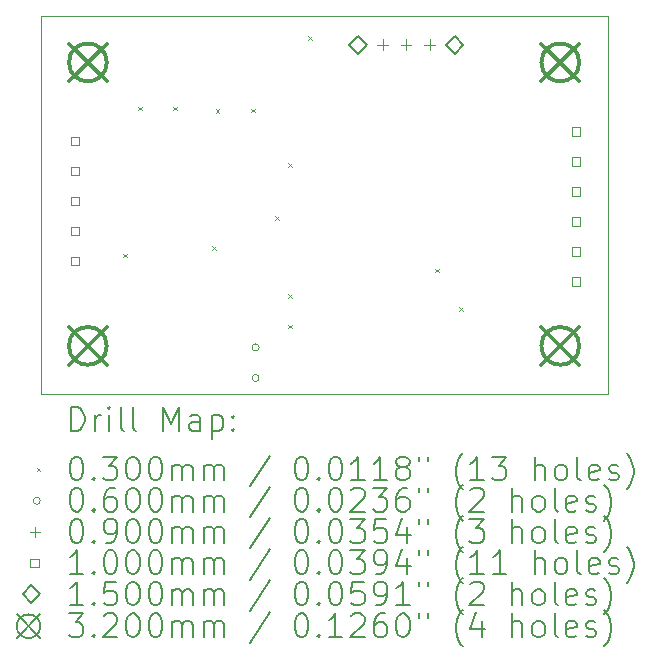
<source format=gbr>
%TF.GenerationSoftware,KiCad,Pcbnew,9.0.2*%
%TF.CreationDate,2025-09-03T17:26:20+01:00*%
%TF.ProjectId,mito,6d69746f-2e6b-4696-9361-645f70636258,rev?*%
%TF.SameCoordinates,Original*%
%TF.FileFunction,Drillmap*%
%TF.FilePolarity,Positive*%
%FSLAX45Y45*%
G04 Gerber Fmt 4.5, Leading zero omitted, Abs format (unit mm)*
G04 Created by KiCad (PCBNEW 9.0.2) date 2025-09-03 17:26:20*
%MOMM*%
%LPD*%
G01*
G04 APERTURE LIST*
%ADD10C,0.050000*%
%ADD11C,0.200000*%
%ADD12C,0.100000*%
%ADD13C,0.150000*%
%ADD14C,0.320000*%
G04 APERTURE END LIST*
D10*
X13300000Y-8600000D02*
X18100000Y-8600000D01*
X18100000Y-11800000D01*
X13300000Y-11800000D01*
X13300000Y-8600000D01*
D11*
D12*
X14001000Y-10613000D02*
X14031000Y-10643000D01*
X14031000Y-10613000D02*
X14001000Y-10643000D01*
X14125000Y-9370000D02*
X14155000Y-9400000D01*
X14155000Y-9370000D02*
X14125000Y-9400000D01*
X14425000Y-9370000D02*
X14455000Y-9400000D01*
X14455000Y-9370000D02*
X14425000Y-9400000D01*
X14755000Y-10550000D02*
X14785000Y-10580000D01*
X14785000Y-10550000D02*
X14755000Y-10580000D01*
X14782500Y-9390000D02*
X14812500Y-9420000D01*
X14812500Y-9390000D02*
X14782500Y-9420000D01*
X15082500Y-9387500D02*
X15112500Y-9417500D01*
X15112500Y-9387500D02*
X15082500Y-9417500D01*
X15287500Y-10295000D02*
X15317500Y-10325000D01*
X15317500Y-10295000D02*
X15287500Y-10325000D01*
X15395000Y-9850000D02*
X15425000Y-9880000D01*
X15425000Y-9850000D02*
X15395000Y-9880000D01*
X15395000Y-10957500D02*
X15425000Y-10987500D01*
X15425000Y-10957500D02*
X15395000Y-10987500D01*
X15395000Y-11215000D02*
X15425000Y-11245000D01*
X15425000Y-11215000D02*
X15395000Y-11245000D01*
X15566000Y-8773000D02*
X15596000Y-8803000D01*
X15596000Y-8773000D02*
X15566000Y-8803000D01*
X16640000Y-10740000D02*
X16670000Y-10770000D01*
X16670000Y-10740000D02*
X16640000Y-10770000D01*
X16845000Y-11070000D02*
X16875000Y-11100000D01*
X16875000Y-11070000D02*
X16845000Y-11100000D01*
X15150000Y-11407500D02*
G75*
G02*
X15090000Y-11407500I-30000J0D01*
G01*
X15090000Y-11407500D02*
G75*
G02*
X15150000Y-11407500I30000J0D01*
G01*
X15150000Y-11667500D02*
G75*
G02*
X15090000Y-11667500I-30000J0D01*
G01*
X15090000Y-11667500D02*
G75*
G02*
X15150000Y-11667500I30000J0D01*
G01*
X16195000Y-8800000D02*
X16195000Y-8890000D01*
X16150000Y-8845000D02*
X16240000Y-8845000D01*
X16395000Y-8800000D02*
X16395000Y-8890000D01*
X16350000Y-8845000D02*
X16440000Y-8845000D01*
X16595000Y-8800000D02*
X16595000Y-8890000D01*
X16550000Y-8845000D02*
X16640000Y-8845000D01*
X13625356Y-9695356D02*
X13625356Y-9624644D01*
X13554644Y-9624644D01*
X13554644Y-9695356D01*
X13625356Y-9695356D01*
X13625356Y-9949356D02*
X13625356Y-9878644D01*
X13554644Y-9878644D01*
X13554644Y-9949356D01*
X13625356Y-9949356D01*
X13625356Y-10203356D02*
X13625356Y-10132644D01*
X13554644Y-10132644D01*
X13554644Y-10203356D01*
X13625356Y-10203356D01*
X13625356Y-10457356D02*
X13625356Y-10386644D01*
X13554644Y-10386644D01*
X13554644Y-10457356D01*
X13625356Y-10457356D01*
X13625356Y-10711356D02*
X13625356Y-10640644D01*
X13554644Y-10640644D01*
X13554644Y-10711356D01*
X13625356Y-10711356D01*
X17867856Y-9614356D02*
X17867856Y-9543644D01*
X17797144Y-9543644D01*
X17797144Y-9614356D01*
X17867856Y-9614356D01*
X17867856Y-9868356D02*
X17867856Y-9797644D01*
X17797144Y-9797644D01*
X17797144Y-9868356D01*
X17867856Y-9868356D01*
X17867856Y-10122356D02*
X17867856Y-10051644D01*
X17797144Y-10051644D01*
X17797144Y-10122356D01*
X17867856Y-10122356D01*
X17867856Y-10376356D02*
X17867856Y-10305644D01*
X17797144Y-10305644D01*
X17797144Y-10376356D01*
X17867856Y-10376356D01*
X17867856Y-10630356D02*
X17867856Y-10559644D01*
X17797144Y-10559644D01*
X17797144Y-10630356D01*
X17867856Y-10630356D01*
X17867856Y-10884356D02*
X17867856Y-10813644D01*
X17797144Y-10813644D01*
X17797144Y-10884356D01*
X17867856Y-10884356D01*
D13*
X15985000Y-8920000D02*
X16060000Y-8845000D01*
X15985000Y-8770000D01*
X15910000Y-8845000D01*
X15985000Y-8920000D01*
X16805000Y-8920000D02*
X16880000Y-8845000D01*
X16805000Y-8770000D01*
X16730000Y-8845000D01*
X16805000Y-8920000D01*
D14*
X13540000Y-8835000D02*
X13860000Y-9155000D01*
X13860000Y-8835000D02*
X13540000Y-9155000D01*
X13860000Y-8995000D02*
G75*
G02*
X13540000Y-8995000I-160000J0D01*
G01*
X13540000Y-8995000D02*
G75*
G02*
X13860000Y-8995000I160000J0D01*
G01*
X13540000Y-11235000D02*
X13860000Y-11555000D01*
X13860000Y-11235000D02*
X13540000Y-11555000D01*
X13860000Y-11395000D02*
G75*
G02*
X13540000Y-11395000I-160000J0D01*
G01*
X13540000Y-11395000D02*
G75*
G02*
X13860000Y-11395000I160000J0D01*
G01*
X17540000Y-8835000D02*
X17860000Y-9155000D01*
X17860000Y-8835000D02*
X17540000Y-9155000D01*
X17860000Y-8995000D02*
G75*
G02*
X17540000Y-8995000I-160000J0D01*
G01*
X17540000Y-8995000D02*
G75*
G02*
X17860000Y-8995000I160000J0D01*
G01*
X17540000Y-11235000D02*
X17860000Y-11555000D01*
X17860000Y-11235000D02*
X17540000Y-11555000D01*
X17860000Y-11395000D02*
G75*
G02*
X17540000Y-11395000I-160000J0D01*
G01*
X17540000Y-11395000D02*
G75*
G02*
X17860000Y-11395000I160000J0D01*
G01*
D11*
X13558277Y-12113984D02*
X13558277Y-11913984D01*
X13558277Y-11913984D02*
X13605896Y-11913984D01*
X13605896Y-11913984D02*
X13634467Y-11923508D01*
X13634467Y-11923508D02*
X13653515Y-11942555D01*
X13653515Y-11942555D02*
X13663039Y-11961603D01*
X13663039Y-11961603D02*
X13672562Y-11999698D01*
X13672562Y-11999698D02*
X13672562Y-12028269D01*
X13672562Y-12028269D02*
X13663039Y-12066365D01*
X13663039Y-12066365D02*
X13653515Y-12085412D01*
X13653515Y-12085412D02*
X13634467Y-12104460D01*
X13634467Y-12104460D02*
X13605896Y-12113984D01*
X13605896Y-12113984D02*
X13558277Y-12113984D01*
X13758277Y-12113984D02*
X13758277Y-11980650D01*
X13758277Y-12018746D02*
X13767801Y-11999698D01*
X13767801Y-11999698D02*
X13777324Y-11990174D01*
X13777324Y-11990174D02*
X13796372Y-11980650D01*
X13796372Y-11980650D02*
X13815420Y-11980650D01*
X13882086Y-12113984D02*
X13882086Y-11980650D01*
X13882086Y-11913984D02*
X13872562Y-11923508D01*
X13872562Y-11923508D02*
X13882086Y-11933031D01*
X13882086Y-11933031D02*
X13891610Y-11923508D01*
X13891610Y-11923508D02*
X13882086Y-11913984D01*
X13882086Y-11913984D02*
X13882086Y-11933031D01*
X14005896Y-12113984D02*
X13986848Y-12104460D01*
X13986848Y-12104460D02*
X13977324Y-12085412D01*
X13977324Y-12085412D02*
X13977324Y-11913984D01*
X14110658Y-12113984D02*
X14091610Y-12104460D01*
X14091610Y-12104460D02*
X14082086Y-12085412D01*
X14082086Y-12085412D02*
X14082086Y-11913984D01*
X14339229Y-12113984D02*
X14339229Y-11913984D01*
X14339229Y-11913984D02*
X14405896Y-12056841D01*
X14405896Y-12056841D02*
X14472562Y-11913984D01*
X14472562Y-11913984D02*
X14472562Y-12113984D01*
X14653515Y-12113984D02*
X14653515Y-12009222D01*
X14653515Y-12009222D02*
X14643991Y-11990174D01*
X14643991Y-11990174D02*
X14624943Y-11980650D01*
X14624943Y-11980650D02*
X14586848Y-11980650D01*
X14586848Y-11980650D02*
X14567801Y-11990174D01*
X14653515Y-12104460D02*
X14634467Y-12113984D01*
X14634467Y-12113984D02*
X14586848Y-12113984D01*
X14586848Y-12113984D02*
X14567801Y-12104460D01*
X14567801Y-12104460D02*
X14558277Y-12085412D01*
X14558277Y-12085412D02*
X14558277Y-12066365D01*
X14558277Y-12066365D02*
X14567801Y-12047317D01*
X14567801Y-12047317D02*
X14586848Y-12037793D01*
X14586848Y-12037793D02*
X14634467Y-12037793D01*
X14634467Y-12037793D02*
X14653515Y-12028269D01*
X14748753Y-11980650D02*
X14748753Y-12180650D01*
X14748753Y-11990174D02*
X14767801Y-11980650D01*
X14767801Y-11980650D02*
X14805896Y-11980650D01*
X14805896Y-11980650D02*
X14824943Y-11990174D01*
X14824943Y-11990174D02*
X14834467Y-11999698D01*
X14834467Y-11999698D02*
X14843991Y-12018746D01*
X14843991Y-12018746D02*
X14843991Y-12075888D01*
X14843991Y-12075888D02*
X14834467Y-12094936D01*
X14834467Y-12094936D02*
X14824943Y-12104460D01*
X14824943Y-12104460D02*
X14805896Y-12113984D01*
X14805896Y-12113984D02*
X14767801Y-12113984D01*
X14767801Y-12113984D02*
X14748753Y-12104460D01*
X14929705Y-12094936D02*
X14939229Y-12104460D01*
X14939229Y-12104460D02*
X14929705Y-12113984D01*
X14929705Y-12113984D02*
X14920182Y-12104460D01*
X14920182Y-12104460D02*
X14929705Y-12094936D01*
X14929705Y-12094936D02*
X14929705Y-12113984D01*
X14929705Y-11990174D02*
X14939229Y-11999698D01*
X14939229Y-11999698D02*
X14929705Y-12009222D01*
X14929705Y-12009222D02*
X14920182Y-11999698D01*
X14920182Y-11999698D02*
X14929705Y-11990174D01*
X14929705Y-11990174D02*
X14929705Y-12009222D01*
D12*
X13267500Y-12427500D02*
X13297500Y-12457500D01*
X13297500Y-12427500D02*
X13267500Y-12457500D01*
D11*
X13596372Y-12333984D02*
X13615420Y-12333984D01*
X13615420Y-12333984D02*
X13634467Y-12343508D01*
X13634467Y-12343508D02*
X13643991Y-12353031D01*
X13643991Y-12353031D02*
X13653515Y-12372079D01*
X13653515Y-12372079D02*
X13663039Y-12410174D01*
X13663039Y-12410174D02*
X13663039Y-12457793D01*
X13663039Y-12457793D02*
X13653515Y-12495888D01*
X13653515Y-12495888D02*
X13643991Y-12514936D01*
X13643991Y-12514936D02*
X13634467Y-12524460D01*
X13634467Y-12524460D02*
X13615420Y-12533984D01*
X13615420Y-12533984D02*
X13596372Y-12533984D01*
X13596372Y-12533984D02*
X13577324Y-12524460D01*
X13577324Y-12524460D02*
X13567801Y-12514936D01*
X13567801Y-12514936D02*
X13558277Y-12495888D01*
X13558277Y-12495888D02*
X13548753Y-12457793D01*
X13548753Y-12457793D02*
X13548753Y-12410174D01*
X13548753Y-12410174D02*
X13558277Y-12372079D01*
X13558277Y-12372079D02*
X13567801Y-12353031D01*
X13567801Y-12353031D02*
X13577324Y-12343508D01*
X13577324Y-12343508D02*
X13596372Y-12333984D01*
X13748753Y-12514936D02*
X13758277Y-12524460D01*
X13758277Y-12524460D02*
X13748753Y-12533984D01*
X13748753Y-12533984D02*
X13739229Y-12524460D01*
X13739229Y-12524460D02*
X13748753Y-12514936D01*
X13748753Y-12514936D02*
X13748753Y-12533984D01*
X13824943Y-12333984D02*
X13948753Y-12333984D01*
X13948753Y-12333984D02*
X13882086Y-12410174D01*
X13882086Y-12410174D02*
X13910658Y-12410174D01*
X13910658Y-12410174D02*
X13929705Y-12419698D01*
X13929705Y-12419698D02*
X13939229Y-12429222D01*
X13939229Y-12429222D02*
X13948753Y-12448269D01*
X13948753Y-12448269D02*
X13948753Y-12495888D01*
X13948753Y-12495888D02*
X13939229Y-12514936D01*
X13939229Y-12514936D02*
X13929705Y-12524460D01*
X13929705Y-12524460D02*
X13910658Y-12533984D01*
X13910658Y-12533984D02*
X13853515Y-12533984D01*
X13853515Y-12533984D02*
X13834467Y-12524460D01*
X13834467Y-12524460D02*
X13824943Y-12514936D01*
X14072562Y-12333984D02*
X14091610Y-12333984D01*
X14091610Y-12333984D02*
X14110658Y-12343508D01*
X14110658Y-12343508D02*
X14120182Y-12353031D01*
X14120182Y-12353031D02*
X14129705Y-12372079D01*
X14129705Y-12372079D02*
X14139229Y-12410174D01*
X14139229Y-12410174D02*
X14139229Y-12457793D01*
X14139229Y-12457793D02*
X14129705Y-12495888D01*
X14129705Y-12495888D02*
X14120182Y-12514936D01*
X14120182Y-12514936D02*
X14110658Y-12524460D01*
X14110658Y-12524460D02*
X14091610Y-12533984D01*
X14091610Y-12533984D02*
X14072562Y-12533984D01*
X14072562Y-12533984D02*
X14053515Y-12524460D01*
X14053515Y-12524460D02*
X14043991Y-12514936D01*
X14043991Y-12514936D02*
X14034467Y-12495888D01*
X14034467Y-12495888D02*
X14024943Y-12457793D01*
X14024943Y-12457793D02*
X14024943Y-12410174D01*
X14024943Y-12410174D02*
X14034467Y-12372079D01*
X14034467Y-12372079D02*
X14043991Y-12353031D01*
X14043991Y-12353031D02*
X14053515Y-12343508D01*
X14053515Y-12343508D02*
X14072562Y-12333984D01*
X14263039Y-12333984D02*
X14282086Y-12333984D01*
X14282086Y-12333984D02*
X14301134Y-12343508D01*
X14301134Y-12343508D02*
X14310658Y-12353031D01*
X14310658Y-12353031D02*
X14320182Y-12372079D01*
X14320182Y-12372079D02*
X14329705Y-12410174D01*
X14329705Y-12410174D02*
X14329705Y-12457793D01*
X14329705Y-12457793D02*
X14320182Y-12495888D01*
X14320182Y-12495888D02*
X14310658Y-12514936D01*
X14310658Y-12514936D02*
X14301134Y-12524460D01*
X14301134Y-12524460D02*
X14282086Y-12533984D01*
X14282086Y-12533984D02*
X14263039Y-12533984D01*
X14263039Y-12533984D02*
X14243991Y-12524460D01*
X14243991Y-12524460D02*
X14234467Y-12514936D01*
X14234467Y-12514936D02*
X14224943Y-12495888D01*
X14224943Y-12495888D02*
X14215420Y-12457793D01*
X14215420Y-12457793D02*
X14215420Y-12410174D01*
X14215420Y-12410174D02*
X14224943Y-12372079D01*
X14224943Y-12372079D02*
X14234467Y-12353031D01*
X14234467Y-12353031D02*
X14243991Y-12343508D01*
X14243991Y-12343508D02*
X14263039Y-12333984D01*
X14415420Y-12533984D02*
X14415420Y-12400650D01*
X14415420Y-12419698D02*
X14424943Y-12410174D01*
X14424943Y-12410174D02*
X14443991Y-12400650D01*
X14443991Y-12400650D02*
X14472563Y-12400650D01*
X14472563Y-12400650D02*
X14491610Y-12410174D01*
X14491610Y-12410174D02*
X14501134Y-12429222D01*
X14501134Y-12429222D02*
X14501134Y-12533984D01*
X14501134Y-12429222D02*
X14510658Y-12410174D01*
X14510658Y-12410174D02*
X14529705Y-12400650D01*
X14529705Y-12400650D02*
X14558277Y-12400650D01*
X14558277Y-12400650D02*
X14577324Y-12410174D01*
X14577324Y-12410174D02*
X14586848Y-12429222D01*
X14586848Y-12429222D02*
X14586848Y-12533984D01*
X14682086Y-12533984D02*
X14682086Y-12400650D01*
X14682086Y-12419698D02*
X14691610Y-12410174D01*
X14691610Y-12410174D02*
X14710658Y-12400650D01*
X14710658Y-12400650D02*
X14739229Y-12400650D01*
X14739229Y-12400650D02*
X14758277Y-12410174D01*
X14758277Y-12410174D02*
X14767801Y-12429222D01*
X14767801Y-12429222D02*
X14767801Y-12533984D01*
X14767801Y-12429222D02*
X14777324Y-12410174D01*
X14777324Y-12410174D02*
X14796372Y-12400650D01*
X14796372Y-12400650D02*
X14824943Y-12400650D01*
X14824943Y-12400650D02*
X14843991Y-12410174D01*
X14843991Y-12410174D02*
X14853515Y-12429222D01*
X14853515Y-12429222D02*
X14853515Y-12533984D01*
X15243991Y-12324460D02*
X15072563Y-12581603D01*
X15501134Y-12333984D02*
X15520182Y-12333984D01*
X15520182Y-12333984D02*
X15539229Y-12343508D01*
X15539229Y-12343508D02*
X15548753Y-12353031D01*
X15548753Y-12353031D02*
X15558277Y-12372079D01*
X15558277Y-12372079D02*
X15567801Y-12410174D01*
X15567801Y-12410174D02*
X15567801Y-12457793D01*
X15567801Y-12457793D02*
X15558277Y-12495888D01*
X15558277Y-12495888D02*
X15548753Y-12514936D01*
X15548753Y-12514936D02*
X15539229Y-12524460D01*
X15539229Y-12524460D02*
X15520182Y-12533984D01*
X15520182Y-12533984D02*
X15501134Y-12533984D01*
X15501134Y-12533984D02*
X15482086Y-12524460D01*
X15482086Y-12524460D02*
X15472563Y-12514936D01*
X15472563Y-12514936D02*
X15463039Y-12495888D01*
X15463039Y-12495888D02*
X15453515Y-12457793D01*
X15453515Y-12457793D02*
X15453515Y-12410174D01*
X15453515Y-12410174D02*
X15463039Y-12372079D01*
X15463039Y-12372079D02*
X15472563Y-12353031D01*
X15472563Y-12353031D02*
X15482086Y-12343508D01*
X15482086Y-12343508D02*
X15501134Y-12333984D01*
X15653515Y-12514936D02*
X15663039Y-12524460D01*
X15663039Y-12524460D02*
X15653515Y-12533984D01*
X15653515Y-12533984D02*
X15643991Y-12524460D01*
X15643991Y-12524460D02*
X15653515Y-12514936D01*
X15653515Y-12514936D02*
X15653515Y-12533984D01*
X15786848Y-12333984D02*
X15805896Y-12333984D01*
X15805896Y-12333984D02*
X15824944Y-12343508D01*
X15824944Y-12343508D02*
X15834467Y-12353031D01*
X15834467Y-12353031D02*
X15843991Y-12372079D01*
X15843991Y-12372079D02*
X15853515Y-12410174D01*
X15853515Y-12410174D02*
X15853515Y-12457793D01*
X15853515Y-12457793D02*
X15843991Y-12495888D01*
X15843991Y-12495888D02*
X15834467Y-12514936D01*
X15834467Y-12514936D02*
X15824944Y-12524460D01*
X15824944Y-12524460D02*
X15805896Y-12533984D01*
X15805896Y-12533984D02*
X15786848Y-12533984D01*
X15786848Y-12533984D02*
X15767801Y-12524460D01*
X15767801Y-12524460D02*
X15758277Y-12514936D01*
X15758277Y-12514936D02*
X15748753Y-12495888D01*
X15748753Y-12495888D02*
X15739229Y-12457793D01*
X15739229Y-12457793D02*
X15739229Y-12410174D01*
X15739229Y-12410174D02*
X15748753Y-12372079D01*
X15748753Y-12372079D02*
X15758277Y-12353031D01*
X15758277Y-12353031D02*
X15767801Y-12343508D01*
X15767801Y-12343508D02*
X15786848Y-12333984D01*
X16043991Y-12533984D02*
X15929706Y-12533984D01*
X15986848Y-12533984D02*
X15986848Y-12333984D01*
X15986848Y-12333984D02*
X15967801Y-12362555D01*
X15967801Y-12362555D02*
X15948753Y-12381603D01*
X15948753Y-12381603D02*
X15929706Y-12391127D01*
X16234467Y-12533984D02*
X16120182Y-12533984D01*
X16177325Y-12533984D02*
X16177325Y-12333984D01*
X16177325Y-12333984D02*
X16158277Y-12362555D01*
X16158277Y-12362555D02*
X16139229Y-12381603D01*
X16139229Y-12381603D02*
X16120182Y-12391127D01*
X16348753Y-12419698D02*
X16329706Y-12410174D01*
X16329706Y-12410174D02*
X16320182Y-12400650D01*
X16320182Y-12400650D02*
X16310658Y-12381603D01*
X16310658Y-12381603D02*
X16310658Y-12372079D01*
X16310658Y-12372079D02*
X16320182Y-12353031D01*
X16320182Y-12353031D02*
X16329706Y-12343508D01*
X16329706Y-12343508D02*
X16348753Y-12333984D01*
X16348753Y-12333984D02*
X16386848Y-12333984D01*
X16386848Y-12333984D02*
X16405896Y-12343508D01*
X16405896Y-12343508D02*
X16415420Y-12353031D01*
X16415420Y-12353031D02*
X16424944Y-12372079D01*
X16424944Y-12372079D02*
X16424944Y-12381603D01*
X16424944Y-12381603D02*
X16415420Y-12400650D01*
X16415420Y-12400650D02*
X16405896Y-12410174D01*
X16405896Y-12410174D02*
X16386848Y-12419698D01*
X16386848Y-12419698D02*
X16348753Y-12419698D01*
X16348753Y-12419698D02*
X16329706Y-12429222D01*
X16329706Y-12429222D02*
X16320182Y-12438746D01*
X16320182Y-12438746D02*
X16310658Y-12457793D01*
X16310658Y-12457793D02*
X16310658Y-12495888D01*
X16310658Y-12495888D02*
X16320182Y-12514936D01*
X16320182Y-12514936D02*
X16329706Y-12524460D01*
X16329706Y-12524460D02*
X16348753Y-12533984D01*
X16348753Y-12533984D02*
X16386848Y-12533984D01*
X16386848Y-12533984D02*
X16405896Y-12524460D01*
X16405896Y-12524460D02*
X16415420Y-12514936D01*
X16415420Y-12514936D02*
X16424944Y-12495888D01*
X16424944Y-12495888D02*
X16424944Y-12457793D01*
X16424944Y-12457793D02*
X16415420Y-12438746D01*
X16415420Y-12438746D02*
X16405896Y-12429222D01*
X16405896Y-12429222D02*
X16386848Y-12419698D01*
X16501134Y-12333984D02*
X16501134Y-12372079D01*
X16577325Y-12333984D02*
X16577325Y-12372079D01*
X16872563Y-12610174D02*
X16863039Y-12600650D01*
X16863039Y-12600650D02*
X16843991Y-12572079D01*
X16843991Y-12572079D02*
X16834468Y-12553031D01*
X16834468Y-12553031D02*
X16824944Y-12524460D01*
X16824944Y-12524460D02*
X16815420Y-12476841D01*
X16815420Y-12476841D02*
X16815420Y-12438746D01*
X16815420Y-12438746D02*
X16824944Y-12391127D01*
X16824944Y-12391127D02*
X16834468Y-12362555D01*
X16834468Y-12362555D02*
X16843991Y-12343508D01*
X16843991Y-12343508D02*
X16863039Y-12314936D01*
X16863039Y-12314936D02*
X16872563Y-12305412D01*
X17053515Y-12533984D02*
X16939230Y-12533984D01*
X16996372Y-12533984D02*
X16996372Y-12333984D01*
X16996372Y-12333984D02*
X16977325Y-12362555D01*
X16977325Y-12362555D02*
X16958277Y-12381603D01*
X16958277Y-12381603D02*
X16939230Y-12391127D01*
X17120182Y-12333984D02*
X17243991Y-12333984D01*
X17243991Y-12333984D02*
X17177325Y-12410174D01*
X17177325Y-12410174D02*
X17205896Y-12410174D01*
X17205896Y-12410174D02*
X17224944Y-12419698D01*
X17224944Y-12419698D02*
X17234468Y-12429222D01*
X17234468Y-12429222D02*
X17243991Y-12448269D01*
X17243991Y-12448269D02*
X17243991Y-12495888D01*
X17243991Y-12495888D02*
X17234468Y-12514936D01*
X17234468Y-12514936D02*
X17224944Y-12524460D01*
X17224944Y-12524460D02*
X17205896Y-12533984D01*
X17205896Y-12533984D02*
X17148753Y-12533984D01*
X17148753Y-12533984D02*
X17129706Y-12524460D01*
X17129706Y-12524460D02*
X17120182Y-12514936D01*
X17482087Y-12533984D02*
X17482087Y-12333984D01*
X17567801Y-12533984D02*
X17567801Y-12429222D01*
X17567801Y-12429222D02*
X17558277Y-12410174D01*
X17558277Y-12410174D02*
X17539230Y-12400650D01*
X17539230Y-12400650D02*
X17510658Y-12400650D01*
X17510658Y-12400650D02*
X17491611Y-12410174D01*
X17491611Y-12410174D02*
X17482087Y-12419698D01*
X17691611Y-12533984D02*
X17672563Y-12524460D01*
X17672563Y-12524460D02*
X17663039Y-12514936D01*
X17663039Y-12514936D02*
X17653515Y-12495888D01*
X17653515Y-12495888D02*
X17653515Y-12438746D01*
X17653515Y-12438746D02*
X17663039Y-12419698D01*
X17663039Y-12419698D02*
X17672563Y-12410174D01*
X17672563Y-12410174D02*
X17691611Y-12400650D01*
X17691611Y-12400650D02*
X17720182Y-12400650D01*
X17720182Y-12400650D02*
X17739230Y-12410174D01*
X17739230Y-12410174D02*
X17748753Y-12419698D01*
X17748753Y-12419698D02*
X17758277Y-12438746D01*
X17758277Y-12438746D02*
X17758277Y-12495888D01*
X17758277Y-12495888D02*
X17748753Y-12514936D01*
X17748753Y-12514936D02*
X17739230Y-12524460D01*
X17739230Y-12524460D02*
X17720182Y-12533984D01*
X17720182Y-12533984D02*
X17691611Y-12533984D01*
X17872563Y-12533984D02*
X17853515Y-12524460D01*
X17853515Y-12524460D02*
X17843992Y-12505412D01*
X17843992Y-12505412D02*
X17843992Y-12333984D01*
X18024944Y-12524460D02*
X18005896Y-12533984D01*
X18005896Y-12533984D02*
X17967801Y-12533984D01*
X17967801Y-12533984D02*
X17948753Y-12524460D01*
X17948753Y-12524460D02*
X17939230Y-12505412D01*
X17939230Y-12505412D02*
X17939230Y-12429222D01*
X17939230Y-12429222D02*
X17948753Y-12410174D01*
X17948753Y-12410174D02*
X17967801Y-12400650D01*
X17967801Y-12400650D02*
X18005896Y-12400650D01*
X18005896Y-12400650D02*
X18024944Y-12410174D01*
X18024944Y-12410174D02*
X18034468Y-12429222D01*
X18034468Y-12429222D02*
X18034468Y-12448269D01*
X18034468Y-12448269D02*
X17939230Y-12467317D01*
X18110658Y-12524460D02*
X18129706Y-12533984D01*
X18129706Y-12533984D02*
X18167801Y-12533984D01*
X18167801Y-12533984D02*
X18186849Y-12524460D01*
X18186849Y-12524460D02*
X18196373Y-12505412D01*
X18196373Y-12505412D02*
X18196373Y-12495888D01*
X18196373Y-12495888D02*
X18186849Y-12476841D01*
X18186849Y-12476841D02*
X18167801Y-12467317D01*
X18167801Y-12467317D02*
X18139230Y-12467317D01*
X18139230Y-12467317D02*
X18120182Y-12457793D01*
X18120182Y-12457793D02*
X18110658Y-12438746D01*
X18110658Y-12438746D02*
X18110658Y-12429222D01*
X18110658Y-12429222D02*
X18120182Y-12410174D01*
X18120182Y-12410174D02*
X18139230Y-12400650D01*
X18139230Y-12400650D02*
X18167801Y-12400650D01*
X18167801Y-12400650D02*
X18186849Y-12410174D01*
X18263039Y-12610174D02*
X18272563Y-12600650D01*
X18272563Y-12600650D02*
X18291611Y-12572079D01*
X18291611Y-12572079D02*
X18301134Y-12553031D01*
X18301134Y-12553031D02*
X18310658Y-12524460D01*
X18310658Y-12524460D02*
X18320182Y-12476841D01*
X18320182Y-12476841D02*
X18320182Y-12438746D01*
X18320182Y-12438746D02*
X18310658Y-12391127D01*
X18310658Y-12391127D02*
X18301134Y-12362555D01*
X18301134Y-12362555D02*
X18291611Y-12343508D01*
X18291611Y-12343508D02*
X18272563Y-12314936D01*
X18272563Y-12314936D02*
X18263039Y-12305412D01*
D12*
X13297500Y-12706500D02*
G75*
G02*
X13237500Y-12706500I-30000J0D01*
G01*
X13237500Y-12706500D02*
G75*
G02*
X13297500Y-12706500I30000J0D01*
G01*
D11*
X13596372Y-12597984D02*
X13615420Y-12597984D01*
X13615420Y-12597984D02*
X13634467Y-12607508D01*
X13634467Y-12607508D02*
X13643991Y-12617031D01*
X13643991Y-12617031D02*
X13653515Y-12636079D01*
X13653515Y-12636079D02*
X13663039Y-12674174D01*
X13663039Y-12674174D02*
X13663039Y-12721793D01*
X13663039Y-12721793D02*
X13653515Y-12759888D01*
X13653515Y-12759888D02*
X13643991Y-12778936D01*
X13643991Y-12778936D02*
X13634467Y-12788460D01*
X13634467Y-12788460D02*
X13615420Y-12797984D01*
X13615420Y-12797984D02*
X13596372Y-12797984D01*
X13596372Y-12797984D02*
X13577324Y-12788460D01*
X13577324Y-12788460D02*
X13567801Y-12778936D01*
X13567801Y-12778936D02*
X13558277Y-12759888D01*
X13558277Y-12759888D02*
X13548753Y-12721793D01*
X13548753Y-12721793D02*
X13548753Y-12674174D01*
X13548753Y-12674174D02*
X13558277Y-12636079D01*
X13558277Y-12636079D02*
X13567801Y-12617031D01*
X13567801Y-12617031D02*
X13577324Y-12607508D01*
X13577324Y-12607508D02*
X13596372Y-12597984D01*
X13748753Y-12778936D02*
X13758277Y-12788460D01*
X13758277Y-12788460D02*
X13748753Y-12797984D01*
X13748753Y-12797984D02*
X13739229Y-12788460D01*
X13739229Y-12788460D02*
X13748753Y-12778936D01*
X13748753Y-12778936D02*
X13748753Y-12797984D01*
X13929705Y-12597984D02*
X13891610Y-12597984D01*
X13891610Y-12597984D02*
X13872562Y-12607508D01*
X13872562Y-12607508D02*
X13863039Y-12617031D01*
X13863039Y-12617031D02*
X13843991Y-12645603D01*
X13843991Y-12645603D02*
X13834467Y-12683698D01*
X13834467Y-12683698D02*
X13834467Y-12759888D01*
X13834467Y-12759888D02*
X13843991Y-12778936D01*
X13843991Y-12778936D02*
X13853515Y-12788460D01*
X13853515Y-12788460D02*
X13872562Y-12797984D01*
X13872562Y-12797984D02*
X13910658Y-12797984D01*
X13910658Y-12797984D02*
X13929705Y-12788460D01*
X13929705Y-12788460D02*
X13939229Y-12778936D01*
X13939229Y-12778936D02*
X13948753Y-12759888D01*
X13948753Y-12759888D02*
X13948753Y-12712269D01*
X13948753Y-12712269D02*
X13939229Y-12693222D01*
X13939229Y-12693222D02*
X13929705Y-12683698D01*
X13929705Y-12683698D02*
X13910658Y-12674174D01*
X13910658Y-12674174D02*
X13872562Y-12674174D01*
X13872562Y-12674174D02*
X13853515Y-12683698D01*
X13853515Y-12683698D02*
X13843991Y-12693222D01*
X13843991Y-12693222D02*
X13834467Y-12712269D01*
X14072562Y-12597984D02*
X14091610Y-12597984D01*
X14091610Y-12597984D02*
X14110658Y-12607508D01*
X14110658Y-12607508D02*
X14120182Y-12617031D01*
X14120182Y-12617031D02*
X14129705Y-12636079D01*
X14129705Y-12636079D02*
X14139229Y-12674174D01*
X14139229Y-12674174D02*
X14139229Y-12721793D01*
X14139229Y-12721793D02*
X14129705Y-12759888D01*
X14129705Y-12759888D02*
X14120182Y-12778936D01*
X14120182Y-12778936D02*
X14110658Y-12788460D01*
X14110658Y-12788460D02*
X14091610Y-12797984D01*
X14091610Y-12797984D02*
X14072562Y-12797984D01*
X14072562Y-12797984D02*
X14053515Y-12788460D01*
X14053515Y-12788460D02*
X14043991Y-12778936D01*
X14043991Y-12778936D02*
X14034467Y-12759888D01*
X14034467Y-12759888D02*
X14024943Y-12721793D01*
X14024943Y-12721793D02*
X14024943Y-12674174D01*
X14024943Y-12674174D02*
X14034467Y-12636079D01*
X14034467Y-12636079D02*
X14043991Y-12617031D01*
X14043991Y-12617031D02*
X14053515Y-12607508D01*
X14053515Y-12607508D02*
X14072562Y-12597984D01*
X14263039Y-12597984D02*
X14282086Y-12597984D01*
X14282086Y-12597984D02*
X14301134Y-12607508D01*
X14301134Y-12607508D02*
X14310658Y-12617031D01*
X14310658Y-12617031D02*
X14320182Y-12636079D01*
X14320182Y-12636079D02*
X14329705Y-12674174D01*
X14329705Y-12674174D02*
X14329705Y-12721793D01*
X14329705Y-12721793D02*
X14320182Y-12759888D01*
X14320182Y-12759888D02*
X14310658Y-12778936D01*
X14310658Y-12778936D02*
X14301134Y-12788460D01*
X14301134Y-12788460D02*
X14282086Y-12797984D01*
X14282086Y-12797984D02*
X14263039Y-12797984D01*
X14263039Y-12797984D02*
X14243991Y-12788460D01*
X14243991Y-12788460D02*
X14234467Y-12778936D01*
X14234467Y-12778936D02*
X14224943Y-12759888D01*
X14224943Y-12759888D02*
X14215420Y-12721793D01*
X14215420Y-12721793D02*
X14215420Y-12674174D01*
X14215420Y-12674174D02*
X14224943Y-12636079D01*
X14224943Y-12636079D02*
X14234467Y-12617031D01*
X14234467Y-12617031D02*
X14243991Y-12607508D01*
X14243991Y-12607508D02*
X14263039Y-12597984D01*
X14415420Y-12797984D02*
X14415420Y-12664650D01*
X14415420Y-12683698D02*
X14424943Y-12674174D01*
X14424943Y-12674174D02*
X14443991Y-12664650D01*
X14443991Y-12664650D02*
X14472563Y-12664650D01*
X14472563Y-12664650D02*
X14491610Y-12674174D01*
X14491610Y-12674174D02*
X14501134Y-12693222D01*
X14501134Y-12693222D02*
X14501134Y-12797984D01*
X14501134Y-12693222D02*
X14510658Y-12674174D01*
X14510658Y-12674174D02*
X14529705Y-12664650D01*
X14529705Y-12664650D02*
X14558277Y-12664650D01*
X14558277Y-12664650D02*
X14577324Y-12674174D01*
X14577324Y-12674174D02*
X14586848Y-12693222D01*
X14586848Y-12693222D02*
X14586848Y-12797984D01*
X14682086Y-12797984D02*
X14682086Y-12664650D01*
X14682086Y-12683698D02*
X14691610Y-12674174D01*
X14691610Y-12674174D02*
X14710658Y-12664650D01*
X14710658Y-12664650D02*
X14739229Y-12664650D01*
X14739229Y-12664650D02*
X14758277Y-12674174D01*
X14758277Y-12674174D02*
X14767801Y-12693222D01*
X14767801Y-12693222D02*
X14767801Y-12797984D01*
X14767801Y-12693222D02*
X14777324Y-12674174D01*
X14777324Y-12674174D02*
X14796372Y-12664650D01*
X14796372Y-12664650D02*
X14824943Y-12664650D01*
X14824943Y-12664650D02*
X14843991Y-12674174D01*
X14843991Y-12674174D02*
X14853515Y-12693222D01*
X14853515Y-12693222D02*
X14853515Y-12797984D01*
X15243991Y-12588460D02*
X15072563Y-12845603D01*
X15501134Y-12597984D02*
X15520182Y-12597984D01*
X15520182Y-12597984D02*
X15539229Y-12607508D01*
X15539229Y-12607508D02*
X15548753Y-12617031D01*
X15548753Y-12617031D02*
X15558277Y-12636079D01*
X15558277Y-12636079D02*
X15567801Y-12674174D01*
X15567801Y-12674174D02*
X15567801Y-12721793D01*
X15567801Y-12721793D02*
X15558277Y-12759888D01*
X15558277Y-12759888D02*
X15548753Y-12778936D01*
X15548753Y-12778936D02*
X15539229Y-12788460D01*
X15539229Y-12788460D02*
X15520182Y-12797984D01*
X15520182Y-12797984D02*
X15501134Y-12797984D01*
X15501134Y-12797984D02*
X15482086Y-12788460D01*
X15482086Y-12788460D02*
X15472563Y-12778936D01*
X15472563Y-12778936D02*
X15463039Y-12759888D01*
X15463039Y-12759888D02*
X15453515Y-12721793D01*
X15453515Y-12721793D02*
X15453515Y-12674174D01*
X15453515Y-12674174D02*
X15463039Y-12636079D01*
X15463039Y-12636079D02*
X15472563Y-12617031D01*
X15472563Y-12617031D02*
X15482086Y-12607508D01*
X15482086Y-12607508D02*
X15501134Y-12597984D01*
X15653515Y-12778936D02*
X15663039Y-12788460D01*
X15663039Y-12788460D02*
X15653515Y-12797984D01*
X15653515Y-12797984D02*
X15643991Y-12788460D01*
X15643991Y-12788460D02*
X15653515Y-12778936D01*
X15653515Y-12778936D02*
X15653515Y-12797984D01*
X15786848Y-12597984D02*
X15805896Y-12597984D01*
X15805896Y-12597984D02*
X15824944Y-12607508D01*
X15824944Y-12607508D02*
X15834467Y-12617031D01*
X15834467Y-12617031D02*
X15843991Y-12636079D01*
X15843991Y-12636079D02*
X15853515Y-12674174D01*
X15853515Y-12674174D02*
X15853515Y-12721793D01*
X15853515Y-12721793D02*
X15843991Y-12759888D01*
X15843991Y-12759888D02*
X15834467Y-12778936D01*
X15834467Y-12778936D02*
X15824944Y-12788460D01*
X15824944Y-12788460D02*
X15805896Y-12797984D01*
X15805896Y-12797984D02*
X15786848Y-12797984D01*
X15786848Y-12797984D02*
X15767801Y-12788460D01*
X15767801Y-12788460D02*
X15758277Y-12778936D01*
X15758277Y-12778936D02*
X15748753Y-12759888D01*
X15748753Y-12759888D02*
X15739229Y-12721793D01*
X15739229Y-12721793D02*
X15739229Y-12674174D01*
X15739229Y-12674174D02*
X15748753Y-12636079D01*
X15748753Y-12636079D02*
X15758277Y-12617031D01*
X15758277Y-12617031D02*
X15767801Y-12607508D01*
X15767801Y-12607508D02*
X15786848Y-12597984D01*
X15929706Y-12617031D02*
X15939229Y-12607508D01*
X15939229Y-12607508D02*
X15958277Y-12597984D01*
X15958277Y-12597984D02*
X16005896Y-12597984D01*
X16005896Y-12597984D02*
X16024944Y-12607508D01*
X16024944Y-12607508D02*
X16034467Y-12617031D01*
X16034467Y-12617031D02*
X16043991Y-12636079D01*
X16043991Y-12636079D02*
X16043991Y-12655127D01*
X16043991Y-12655127D02*
X16034467Y-12683698D01*
X16034467Y-12683698D02*
X15920182Y-12797984D01*
X15920182Y-12797984D02*
X16043991Y-12797984D01*
X16110658Y-12597984D02*
X16234467Y-12597984D01*
X16234467Y-12597984D02*
X16167801Y-12674174D01*
X16167801Y-12674174D02*
X16196372Y-12674174D01*
X16196372Y-12674174D02*
X16215420Y-12683698D01*
X16215420Y-12683698D02*
X16224944Y-12693222D01*
X16224944Y-12693222D02*
X16234467Y-12712269D01*
X16234467Y-12712269D02*
X16234467Y-12759888D01*
X16234467Y-12759888D02*
X16224944Y-12778936D01*
X16224944Y-12778936D02*
X16215420Y-12788460D01*
X16215420Y-12788460D02*
X16196372Y-12797984D01*
X16196372Y-12797984D02*
X16139229Y-12797984D01*
X16139229Y-12797984D02*
X16120182Y-12788460D01*
X16120182Y-12788460D02*
X16110658Y-12778936D01*
X16405896Y-12597984D02*
X16367801Y-12597984D01*
X16367801Y-12597984D02*
X16348753Y-12607508D01*
X16348753Y-12607508D02*
X16339229Y-12617031D01*
X16339229Y-12617031D02*
X16320182Y-12645603D01*
X16320182Y-12645603D02*
X16310658Y-12683698D01*
X16310658Y-12683698D02*
X16310658Y-12759888D01*
X16310658Y-12759888D02*
X16320182Y-12778936D01*
X16320182Y-12778936D02*
X16329706Y-12788460D01*
X16329706Y-12788460D02*
X16348753Y-12797984D01*
X16348753Y-12797984D02*
X16386848Y-12797984D01*
X16386848Y-12797984D02*
X16405896Y-12788460D01*
X16405896Y-12788460D02*
X16415420Y-12778936D01*
X16415420Y-12778936D02*
X16424944Y-12759888D01*
X16424944Y-12759888D02*
X16424944Y-12712269D01*
X16424944Y-12712269D02*
X16415420Y-12693222D01*
X16415420Y-12693222D02*
X16405896Y-12683698D01*
X16405896Y-12683698D02*
X16386848Y-12674174D01*
X16386848Y-12674174D02*
X16348753Y-12674174D01*
X16348753Y-12674174D02*
X16329706Y-12683698D01*
X16329706Y-12683698D02*
X16320182Y-12693222D01*
X16320182Y-12693222D02*
X16310658Y-12712269D01*
X16501134Y-12597984D02*
X16501134Y-12636079D01*
X16577325Y-12597984D02*
X16577325Y-12636079D01*
X16872563Y-12874174D02*
X16863039Y-12864650D01*
X16863039Y-12864650D02*
X16843991Y-12836079D01*
X16843991Y-12836079D02*
X16834468Y-12817031D01*
X16834468Y-12817031D02*
X16824944Y-12788460D01*
X16824944Y-12788460D02*
X16815420Y-12740841D01*
X16815420Y-12740841D02*
X16815420Y-12702746D01*
X16815420Y-12702746D02*
X16824944Y-12655127D01*
X16824944Y-12655127D02*
X16834468Y-12626555D01*
X16834468Y-12626555D02*
X16843991Y-12607508D01*
X16843991Y-12607508D02*
X16863039Y-12578936D01*
X16863039Y-12578936D02*
X16872563Y-12569412D01*
X16939230Y-12617031D02*
X16948753Y-12607508D01*
X16948753Y-12607508D02*
X16967801Y-12597984D01*
X16967801Y-12597984D02*
X17015420Y-12597984D01*
X17015420Y-12597984D02*
X17034468Y-12607508D01*
X17034468Y-12607508D02*
X17043991Y-12617031D01*
X17043991Y-12617031D02*
X17053515Y-12636079D01*
X17053515Y-12636079D02*
X17053515Y-12655127D01*
X17053515Y-12655127D02*
X17043991Y-12683698D01*
X17043991Y-12683698D02*
X16929706Y-12797984D01*
X16929706Y-12797984D02*
X17053515Y-12797984D01*
X17291611Y-12797984D02*
X17291611Y-12597984D01*
X17377325Y-12797984D02*
X17377325Y-12693222D01*
X17377325Y-12693222D02*
X17367801Y-12674174D01*
X17367801Y-12674174D02*
X17348753Y-12664650D01*
X17348753Y-12664650D02*
X17320182Y-12664650D01*
X17320182Y-12664650D02*
X17301134Y-12674174D01*
X17301134Y-12674174D02*
X17291611Y-12683698D01*
X17501134Y-12797984D02*
X17482087Y-12788460D01*
X17482087Y-12788460D02*
X17472563Y-12778936D01*
X17472563Y-12778936D02*
X17463039Y-12759888D01*
X17463039Y-12759888D02*
X17463039Y-12702746D01*
X17463039Y-12702746D02*
X17472563Y-12683698D01*
X17472563Y-12683698D02*
X17482087Y-12674174D01*
X17482087Y-12674174D02*
X17501134Y-12664650D01*
X17501134Y-12664650D02*
X17529706Y-12664650D01*
X17529706Y-12664650D02*
X17548753Y-12674174D01*
X17548753Y-12674174D02*
X17558277Y-12683698D01*
X17558277Y-12683698D02*
X17567801Y-12702746D01*
X17567801Y-12702746D02*
X17567801Y-12759888D01*
X17567801Y-12759888D02*
X17558277Y-12778936D01*
X17558277Y-12778936D02*
X17548753Y-12788460D01*
X17548753Y-12788460D02*
X17529706Y-12797984D01*
X17529706Y-12797984D02*
X17501134Y-12797984D01*
X17682087Y-12797984D02*
X17663039Y-12788460D01*
X17663039Y-12788460D02*
X17653515Y-12769412D01*
X17653515Y-12769412D02*
X17653515Y-12597984D01*
X17834468Y-12788460D02*
X17815420Y-12797984D01*
X17815420Y-12797984D02*
X17777325Y-12797984D01*
X17777325Y-12797984D02*
X17758277Y-12788460D01*
X17758277Y-12788460D02*
X17748753Y-12769412D01*
X17748753Y-12769412D02*
X17748753Y-12693222D01*
X17748753Y-12693222D02*
X17758277Y-12674174D01*
X17758277Y-12674174D02*
X17777325Y-12664650D01*
X17777325Y-12664650D02*
X17815420Y-12664650D01*
X17815420Y-12664650D02*
X17834468Y-12674174D01*
X17834468Y-12674174D02*
X17843992Y-12693222D01*
X17843992Y-12693222D02*
X17843992Y-12712269D01*
X17843992Y-12712269D02*
X17748753Y-12731317D01*
X17920182Y-12788460D02*
X17939230Y-12797984D01*
X17939230Y-12797984D02*
X17977325Y-12797984D01*
X17977325Y-12797984D02*
X17996373Y-12788460D01*
X17996373Y-12788460D02*
X18005896Y-12769412D01*
X18005896Y-12769412D02*
X18005896Y-12759888D01*
X18005896Y-12759888D02*
X17996373Y-12740841D01*
X17996373Y-12740841D02*
X17977325Y-12731317D01*
X17977325Y-12731317D02*
X17948753Y-12731317D01*
X17948753Y-12731317D02*
X17929706Y-12721793D01*
X17929706Y-12721793D02*
X17920182Y-12702746D01*
X17920182Y-12702746D02*
X17920182Y-12693222D01*
X17920182Y-12693222D02*
X17929706Y-12674174D01*
X17929706Y-12674174D02*
X17948753Y-12664650D01*
X17948753Y-12664650D02*
X17977325Y-12664650D01*
X17977325Y-12664650D02*
X17996373Y-12674174D01*
X18072563Y-12874174D02*
X18082087Y-12864650D01*
X18082087Y-12864650D02*
X18101134Y-12836079D01*
X18101134Y-12836079D02*
X18110658Y-12817031D01*
X18110658Y-12817031D02*
X18120182Y-12788460D01*
X18120182Y-12788460D02*
X18129706Y-12740841D01*
X18129706Y-12740841D02*
X18129706Y-12702746D01*
X18129706Y-12702746D02*
X18120182Y-12655127D01*
X18120182Y-12655127D02*
X18110658Y-12626555D01*
X18110658Y-12626555D02*
X18101134Y-12607508D01*
X18101134Y-12607508D02*
X18082087Y-12578936D01*
X18082087Y-12578936D02*
X18072563Y-12569412D01*
D12*
X13252500Y-12925500D02*
X13252500Y-13015500D01*
X13207500Y-12970500D02*
X13297500Y-12970500D01*
D11*
X13596372Y-12861984D02*
X13615420Y-12861984D01*
X13615420Y-12861984D02*
X13634467Y-12871508D01*
X13634467Y-12871508D02*
X13643991Y-12881031D01*
X13643991Y-12881031D02*
X13653515Y-12900079D01*
X13653515Y-12900079D02*
X13663039Y-12938174D01*
X13663039Y-12938174D02*
X13663039Y-12985793D01*
X13663039Y-12985793D02*
X13653515Y-13023888D01*
X13653515Y-13023888D02*
X13643991Y-13042936D01*
X13643991Y-13042936D02*
X13634467Y-13052460D01*
X13634467Y-13052460D02*
X13615420Y-13061984D01*
X13615420Y-13061984D02*
X13596372Y-13061984D01*
X13596372Y-13061984D02*
X13577324Y-13052460D01*
X13577324Y-13052460D02*
X13567801Y-13042936D01*
X13567801Y-13042936D02*
X13558277Y-13023888D01*
X13558277Y-13023888D02*
X13548753Y-12985793D01*
X13548753Y-12985793D02*
X13548753Y-12938174D01*
X13548753Y-12938174D02*
X13558277Y-12900079D01*
X13558277Y-12900079D02*
X13567801Y-12881031D01*
X13567801Y-12881031D02*
X13577324Y-12871508D01*
X13577324Y-12871508D02*
X13596372Y-12861984D01*
X13748753Y-13042936D02*
X13758277Y-13052460D01*
X13758277Y-13052460D02*
X13748753Y-13061984D01*
X13748753Y-13061984D02*
X13739229Y-13052460D01*
X13739229Y-13052460D02*
X13748753Y-13042936D01*
X13748753Y-13042936D02*
X13748753Y-13061984D01*
X13853515Y-13061984D02*
X13891610Y-13061984D01*
X13891610Y-13061984D02*
X13910658Y-13052460D01*
X13910658Y-13052460D02*
X13920182Y-13042936D01*
X13920182Y-13042936D02*
X13939229Y-13014365D01*
X13939229Y-13014365D02*
X13948753Y-12976269D01*
X13948753Y-12976269D02*
X13948753Y-12900079D01*
X13948753Y-12900079D02*
X13939229Y-12881031D01*
X13939229Y-12881031D02*
X13929705Y-12871508D01*
X13929705Y-12871508D02*
X13910658Y-12861984D01*
X13910658Y-12861984D02*
X13872562Y-12861984D01*
X13872562Y-12861984D02*
X13853515Y-12871508D01*
X13853515Y-12871508D02*
X13843991Y-12881031D01*
X13843991Y-12881031D02*
X13834467Y-12900079D01*
X13834467Y-12900079D02*
X13834467Y-12947698D01*
X13834467Y-12947698D02*
X13843991Y-12966746D01*
X13843991Y-12966746D02*
X13853515Y-12976269D01*
X13853515Y-12976269D02*
X13872562Y-12985793D01*
X13872562Y-12985793D02*
X13910658Y-12985793D01*
X13910658Y-12985793D02*
X13929705Y-12976269D01*
X13929705Y-12976269D02*
X13939229Y-12966746D01*
X13939229Y-12966746D02*
X13948753Y-12947698D01*
X14072562Y-12861984D02*
X14091610Y-12861984D01*
X14091610Y-12861984D02*
X14110658Y-12871508D01*
X14110658Y-12871508D02*
X14120182Y-12881031D01*
X14120182Y-12881031D02*
X14129705Y-12900079D01*
X14129705Y-12900079D02*
X14139229Y-12938174D01*
X14139229Y-12938174D02*
X14139229Y-12985793D01*
X14139229Y-12985793D02*
X14129705Y-13023888D01*
X14129705Y-13023888D02*
X14120182Y-13042936D01*
X14120182Y-13042936D02*
X14110658Y-13052460D01*
X14110658Y-13052460D02*
X14091610Y-13061984D01*
X14091610Y-13061984D02*
X14072562Y-13061984D01*
X14072562Y-13061984D02*
X14053515Y-13052460D01*
X14053515Y-13052460D02*
X14043991Y-13042936D01*
X14043991Y-13042936D02*
X14034467Y-13023888D01*
X14034467Y-13023888D02*
X14024943Y-12985793D01*
X14024943Y-12985793D02*
X14024943Y-12938174D01*
X14024943Y-12938174D02*
X14034467Y-12900079D01*
X14034467Y-12900079D02*
X14043991Y-12881031D01*
X14043991Y-12881031D02*
X14053515Y-12871508D01*
X14053515Y-12871508D02*
X14072562Y-12861984D01*
X14263039Y-12861984D02*
X14282086Y-12861984D01*
X14282086Y-12861984D02*
X14301134Y-12871508D01*
X14301134Y-12871508D02*
X14310658Y-12881031D01*
X14310658Y-12881031D02*
X14320182Y-12900079D01*
X14320182Y-12900079D02*
X14329705Y-12938174D01*
X14329705Y-12938174D02*
X14329705Y-12985793D01*
X14329705Y-12985793D02*
X14320182Y-13023888D01*
X14320182Y-13023888D02*
X14310658Y-13042936D01*
X14310658Y-13042936D02*
X14301134Y-13052460D01*
X14301134Y-13052460D02*
X14282086Y-13061984D01*
X14282086Y-13061984D02*
X14263039Y-13061984D01*
X14263039Y-13061984D02*
X14243991Y-13052460D01*
X14243991Y-13052460D02*
X14234467Y-13042936D01*
X14234467Y-13042936D02*
X14224943Y-13023888D01*
X14224943Y-13023888D02*
X14215420Y-12985793D01*
X14215420Y-12985793D02*
X14215420Y-12938174D01*
X14215420Y-12938174D02*
X14224943Y-12900079D01*
X14224943Y-12900079D02*
X14234467Y-12881031D01*
X14234467Y-12881031D02*
X14243991Y-12871508D01*
X14243991Y-12871508D02*
X14263039Y-12861984D01*
X14415420Y-13061984D02*
X14415420Y-12928650D01*
X14415420Y-12947698D02*
X14424943Y-12938174D01*
X14424943Y-12938174D02*
X14443991Y-12928650D01*
X14443991Y-12928650D02*
X14472563Y-12928650D01*
X14472563Y-12928650D02*
X14491610Y-12938174D01*
X14491610Y-12938174D02*
X14501134Y-12957222D01*
X14501134Y-12957222D02*
X14501134Y-13061984D01*
X14501134Y-12957222D02*
X14510658Y-12938174D01*
X14510658Y-12938174D02*
X14529705Y-12928650D01*
X14529705Y-12928650D02*
X14558277Y-12928650D01*
X14558277Y-12928650D02*
X14577324Y-12938174D01*
X14577324Y-12938174D02*
X14586848Y-12957222D01*
X14586848Y-12957222D02*
X14586848Y-13061984D01*
X14682086Y-13061984D02*
X14682086Y-12928650D01*
X14682086Y-12947698D02*
X14691610Y-12938174D01*
X14691610Y-12938174D02*
X14710658Y-12928650D01*
X14710658Y-12928650D02*
X14739229Y-12928650D01*
X14739229Y-12928650D02*
X14758277Y-12938174D01*
X14758277Y-12938174D02*
X14767801Y-12957222D01*
X14767801Y-12957222D02*
X14767801Y-13061984D01*
X14767801Y-12957222D02*
X14777324Y-12938174D01*
X14777324Y-12938174D02*
X14796372Y-12928650D01*
X14796372Y-12928650D02*
X14824943Y-12928650D01*
X14824943Y-12928650D02*
X14843991Y-12938174D01*
X14843991Y-12938174D02*
X14853515Y-12957222D01*
X14853515Y-12957222D02*
X14853515Y-13061984D01*
X15243991Y-12852460D02*
X15072563Y-13109603D01*
X15501134Y-12861984D02*
X15520182Y-12861984D01*
X15520182Y-12861984D02*
X15539229Y-12871508D01*
X15539229Y-12871508D02*
X15548753Y-12881031D01*
X15548753Y-12881031D02*
X15558277Y-12900079D01*
X15558277Y-12900079D02*
X15567801Y-12938174D01*
X15567801Y-12938174D02*
X15567801Y-12985793D01*
X15567801Y-12985793D02*
X15558277Y-13023888D01*
X15558277Y-13023888D02*
X15548753Y-13042936D01*
X15548753Y-13042936D02*
X15539229Y-13052460D01*
X15539229Y-13052460D02*
X15520182Y-13061984D01*
X15520182Y-13061984D02*
X15501134Y-13061984D01*
X15501134Y-13061984D02*
X15482086Y-13052460D01*
X15482086Y-13052460D02*
X15472563Y-13042936D01*
X15472563Y-13042936D02*
X15463039Y-13023888D01*
X15463039Y-13023888D02*
X15453515Y-12985793D01*
X15453515Y-12985793D02*
X15453515Y-12938174D01*
X15453515Y-12938174D02*
X15463039Y-12900079D01*
X15463039Y-12900079D02*
X15472563Y-12881031D01*
X15472563Y-12881031D02*
X15482086Y-12871508D01*
X15482086Y-12871508D02*
X15501134Y-12861984D01*
X15653515Y-13042936D02*
X15663039Y-13052460D01*
X15663039Y-13052460D02*
X15653515Y-13061984D01*
X15653515Y-13061984D02*
X15643991Y-13052460D01*
X15643991Y-13052460D02*
X15653515Y-13042936D01*
X15653515Y-13042936D02*
X15653515Y-13061984D01*
X15786848Y-12861984D02*
X15805896Y-12861984D01*
X15805896Y-12861984D02*
X15824944Y-12871508D01*
X15824944Y-12871508D02*
X15834467Y-12881031D01*
X15834467Y-12881031D02*
X15843991Y-12900079D01*
X15843991Y-12900079D02*
X15853515Y-12938174D01*
X15853515Y-12938174D02*
X15853515Y-12985793D01*
X15853515Y-12985793D02*
X15843991Y-13023888D01*
X15843991Y-13023888D02*
X15834467Y-13042936D01*
X15834467Y-13042936D02*
X15824944Y-13052460D01*
X15824944Y-13052460D02*
X15805896Y-13061984D01*
X15805896Y-13061984D02*
X15786848Y-13061984D01*
X15786848Y-13061984D02*
X15767801Y-13052460D01*
X15767801Y-13052460D02*
X15758277Y-13042936D01*
X15758277Y-13042936D02*
X15748753Y-13023888D01*
X15748753Y-13023888D02*
X15739229Y-12985793D01*
X15739229Y-12985793D02*
X15739229Y-12938174D01*
X15739229Y-12938174D02*
X15748753Y-12900079D01*
X15748753Y-12900079D02*
X15758277Y-12881031D01*
X15758277Y-12881031D02*
X15767801Y-12871508D01*
X15767801Y-12871508D02*
X15786848Y-12861984D01*
X15920182Y-12861984D02*
X16043991Y-12861984D01*
X16043991Y-12861984D02*
X15977325Y-12938174D01*
X15977325Y-12938174D02*
X16005896Y-12938174D01*
X16005896Y-12938174D02*
X16024944Y-12947698D01*
X16024944Y-12947698D02*
X16034467Y-12957222D01*
X16034467Y-12957222D02*
X16043991Y-12976269D01*
X16043991Y-12976269D02*
X16043991Y-13023888D01*
X16043991Y-13023888D02*
X16034467Y-13042936D01*
X16034467Y-13042936D02*
X16024944Y-13052460D01*
X16024944Y-13052460D02*
X16005896Y-13061984D01*
X16005896Y-13061984D02*
X15948753Y-13061984D01*
X15948753Y-13061984D02*
X15929706Y-13052460D01*
X15929706Y-13052460D02*
X15920182Y-13042936D01*
X16224944Y-12861984D02*
X16129706Y-12861984D01*
X16129706Y-12861984D02*
X16120182Y-12957222D01*
X16120182Y-12957222D02*
X16129706Y-12947698D01*
X16129706Y-12947698D02*
X16148753Y-12938174D01*
X16148753Y-12938174D02*
X16196372Y-12938174D01*
X16196372Y-12938174D02*
X16215420Y-12947698D01*
X16215420Y-12947698D02*
X16224944Y-12957222D01*
X16224944Y-12957222D02*
X16234467Y-12976269D01*
X16234467Y-12976269D02*
X16234467Y-13023888D01*
X16234467Y-13023888D02*
X16224944Y-13042936D01*
X16224944Y-13042936D02*
X16215420Y-13052460D01*
X16215420Y-13052460D02*
X16196372Y-13061984D01*
X16196372Y-13061984D02*
X16148753Y-13061984D01*
X16148753Y-13061984D02*
X16129706Y-13052460D01*
X16129706Y-13052460D02*
X16120182Y-13042936D01*
X16405896Y-12928650D02*
X16405896Y-13061984D01*
X16358277Y-12852460D02*
X16310658Y-12995317D01*
X16310658Y-12995317D02*
X16434467Y-12995317D01*
X16501134Y-12861984D02*
X16501134Y-12900079D01*
X16577325Y-12861984D02*
X16577325Y-12900079D01*
X16872563Y-13138174D02*
X16863039Y-13128650D01*
X16863039Y-13128650D02*
X16843991Y-13100079D01*
X16843991Y-13100079D02*
X16834468Y-13081031D01*
X16834468Y-13081031D02*
X16824944Y-13052460D01*
X16824944Y-13052460D02*
X16815420Y-13004841D01*
X16815420Y-13004841D02*
X16815420Y-12966746D01*
X16815420Y-12966746D02*
X16824944Y-12919127D01*
X16824944Y-12919127D02*
X16834468Y-12890555D01*
X16834468Y-12890555D02*
X16843991Y-12871508D01*
X16843991Y-12871508D02*
X16863039Y-12842936D01*
X16863039Y-12842936D02*
X16872563Y-12833412D01*
X16929706Y-12861984D02*
X17053515Y-12861984D01*
X17053515Y-12861984D02*
X16986849Y-12938174D01*
X16986849Y-12938174D02*
X17015420Y-12938174D01*
X17015420Y-12938174D02*
X17034468Y-12947698D01*
X17034468Y-12947698D02*
X17043991Y-12957222D01*
X17043991Y-12957222D02*
X17053515Y-12976269D01*
X17053515Y-12976269D02*
X17053515Y-13023888D01*
X17053515Y-13023888D02*
X17043991Y-13042936D01*
X17043991Y-13042936D02*
X17034468Y-13052460D01*
X17034468Y-13052460D02*
X17015420Y-13061984D01*
X17015420Y-13061984D02*
X16958277Y-13061984D01*
X16958277Y-13061984D02*
X16939230Y-13052460D01*
X16939230Y-13052460D02*
X16929706Y-13042936D01*
X17291611Y-13061984D02*
X17291611Y-12861984D01*
X17377325Y-13061984D02*
X17377325Y-12957222D01*
X17377325Y-12957222D02*
X17367801Y-12938174D01*
X17367801Y-12938174D02*
X17348753Y-12928650D01*
X17348753Y-12928650D02*
X17320182Y-12928650D01*
X17320182Y-12928650D02*
X17301134Y-12938174D01*
X17301134Y-12938174D02*
X17291611Y-12947698D01*
X17501134Y-13061984D02*
X17482087Y-13052460D01*
X17482087Y-13052460D02*
X17472563Y-13042936D01*
X17472563Y-13042936D02*
X17463039Y-13023888D01*
X17463039Y-13023888D02*
X17463039Y-12966746D01*
X17463039Y-12966746D02*
X17472563Y-12947698D01*
X17472563Y-12947698D02*
X17482087Y-12938174D01*
X17482087Y-12938174D02*
X17501134Y-12928650D01*
X17501134Y-12928650D02*
X17529706Y-12928650D01*
X17529706Y-12928650D02*
X17548753Y-12938174D01*
X17548753Y-12938174D02*
X17558277Y-12947698D01*
X17558277Y-12947698D02*
X17567801Y-12966746D01*
X17567801Y-12966746D02*
X17567801Y-13023888D01*
X17567801Y-13023888D02*
X17558277Y-13042936D01*
X17558277Y-13042936D02*
X17548753Y-13052460D01*
X17548753Y-13052460D02*
X17529706Y-13061984D01*
X17529706Y-13061984D02*
X17501134Y-13061984D01*
X17682087Y-13061984D02*
X17663039Y-13052460D01*
X17663039Y-13052460D02*
X17653515Y-13033412D01*
X17653515Y-13033412D02*
X17653515Y-12861984D01*
X17834468Y-13052460D02*
X17815420Y-13061984D01*
X17815420Y-13061984D02*
X17777325Y-13061984D01*
X17777325Y-13061984D02*
X17758277Y-13052460D01*
X17758277Y-13052460D02*
X17748753Y-13033412D01*
X17748753Y-13033412D02*
X17748753Y-12957222D01*
X17748753Y-12957222D02*
X17758277Y-12938174D01*
X17758277Y-12938174D02*
X17777325Y-12928650D01*
X17777325Y-12928650D02*
X17815420Y-12928650D01*
X17815420Y-12928650D02*
X17834468Y-12938174D01*
X17834468Y-12938174D02*
X17843992Y-12957222D01*
X17843992Y-12957222D02*
X17843992Y-12976269D01*
X17843992Y-12976269D02*
X17748753Y-12995317D01*
X17920182Y-13052460D02*
X17939230Y-13061984D01*
X17939230Y-13061984D02*
X17977325Y-13061984D01*
X17977325Y-13061984D02*
X17996373Y-13052460D01*
X17996373Y-13052460D02*
X18005896Y-13033412D01*
X18005896Y-13033412D02*
X18005896Y-13023888D01*
X18005896Y-13023888D02*
X17996373Y-13004841D01*
X17996373Y-13004841D02*
X17977325Y-12995317D01*
X17977325Y-12995317D02*
X17948753Y-12995317D01*
X17948753Y-12995317D02*
X17929706Y-12985793D01*
X17929706Y-12985793D02*
X17920182Y-12966746D01*
X17920182Y-12966746D02*
X17920182Y-12957222D01*
X17920182Y-12957222D02*
X17929706Y-12938174D01*
X17929706Y-12938174D02*
X17948753Y-12928650D01*
X17948753Y-12928650D02*
X17977325Y-12928650D01*
X17977325Y-12928650D02*
X17996373Y-12938174D01*
X18072563Y-13138174D02*
X18082087Y-13128650D01*
X18082087Y-13128650D02*
X18101134Y-13100079D01*
X18101134Y-13100079D02*
X18110658Y-13081031D01*
X18110658Y-13081031D02*
X18120182Y-13052460D01*
X18120182Y-13052460D02*
X18129706Y-13004841D01*
X18129706Y-13004841D02*
X18129706Y-12966746D01*
X18129706Y-12966746D02*
X18120182Y-12919127D01*
X18120182Y-12919127D02*
X18110658Y-12890555D01*
X18110658Y-12890555D02*
X18101134Y-12871508D01*
X18101134Y-12871508D02*
X18082087Y-12842936D01*
X18082087Y-12842936D02*
X18072563Y-12833412D01*
D12*
X13282856Y-13269856D02*
X13282856Y-13199144D01*
X13212144Y-13199144D01*
X13212144Y-13269856D01*
X13282856Y-13269856D01*
D11*
X13663039Y-13325984D02*
X13548753Y-13325984D01*
X13605896Y-13325984D02*
X13605896Y-13125984D01*
X13605896Y-13125984D02*
X13586848Y-13154555D01*
X13586848Y-13154555D02*
X13567801Y-13173603D01*
X13567801Y-13173603D02*
X13548753Y-13183127D01*
X13748753Y-13306936D02*
X13758277Y-13316460D01*
X13758277Y-13316460D02*
X13748753Y-13325984D01*
X13748753Y-13325984D02*
X13739229Y-13316460D01*
X13739229Y-13316460D02*
X13748753Y-13306936D01*
X13748753Y-13306936D02*
X13748753Y-13325984D01*
X13882086Y-13125984D02*
X13901134Y-13125984D01*
X13901134Y-13125984D02*
X13920182Y-13135508D01*
X13920182Y-13135508D02*
X13929705Y-13145031D01*
X13929705Y-13145031D02*
X13939229Y-13164079D01*
X13939229Y-13164079D02*
X13948753Y-13202174D01*
X13948753Y-13202174D02*
X13948753Y-13249793D01*
X13948753Y-13249793D02*
X13939229Y-13287888D01*
X13939229Y-13287888D02*
X13929705Y-13306936D01*
X13929705Y-13306936D02*
X13920182Y-13316460D01*
X13920182Y-13316460D02*
X13901134Y-13325984D01*
X13901134Y-13325984D02*
X13882086Y-13325984D01*
X13882086Y-13325984D02*
X13863039Y-13316460D01*
X13863039Y-13316460D02*
X13853515Y-13306936D01*
X13853515Y-13306936D02*
X13843991Y-13287888D01*
X13843991Y-13287888D02*
X13834467Y-13249793D01*
X13834467Y-13249793D02*
X13834467Y-13202174D01*
X13834467Y-13202174D02*
X13843991Y-13164079D01*
X13843991Y-13164079D02*
X13853515Y-13145031D01*
X13853515Y-13145031D02*
X13863039Y-13135508D01*
X13863039Y-13135508D02*
X13882086Y-13125984D01*
X14072562Y-13125984D02*
X14091610Y-13125984D01*
X14091610Y-13125984D02*
X14110658Y-13135508D01*
X14110658Y-13135508D02*
X14120182Y-13145031D01*
X14120182Y-13145031D02*
X14129705Y-13164079D01*
X14129705Y-13164079D02*
X14139229Y-13202174D01*
X14139229Y-13202174D02*
X14139229Y-13249793D01*
X14139229Y-13249793D02*
X14129705Y-13287888D01*
X14129705Y-13287888D02*
X14120182Y-13306936D01*
X14120182Y-13306936D02*
X14110658Y-13316460D01*
X14110658Y-13316460D02*
X14091610Y-13325984D01*
X14091610Y-13325984D02*
X14072562Y-13325984D01*
X14072562Y-13325984D02*
X14053515Y-13316460D01*
X14053515Y-13316460D02*
X14043991Y-13306936D01*
X14043991Y-13306936D02*
X14034467Y-13287888D01*
X14034467Y-13287888D02*
X14024943Y-13249793D01*
X14024943Y-13249793D02*
X14024943Y-13202174D01*
X14024943Y-13202174D02*
X14034467Y-13164079D01*
X14034467Y-13164079D02*
X14043991Y-13145031D01*
X14043991Y-13145031D02*
X14053515Y-13135508D01*
X14053515Y-13135508D02*
X14072562Y-13125984D01*
X14263039Y-13125984D02*
X14282086Y-13125984D01*
X14282086Y-13125984D02*
X14301134Y-13135508D01*
X14301134Y-13135508D02*
X14310658Y-13145031D01*
X14310658Y-13145031D02*
X14320182Y-13164079D01*
X14320182Y-13164079D02*
X14329705Y-13202174D01*
X14329705Y-13202174D02*
X14329705Y-13249793D01*
X14329705Y-13249793D02*
X14320182Y-13287888D01*
X14320182Y-13287888D02*
X14310658Y-13306936D01*
X14310658Y-13306936D02*
X14301134Y-13316460D01*
X14301134Y-13316460D02*
X14282086Y-13325984D01*
X14282086Y-13325984D02*
X14263039Y-13325984D01*
X14263039Y-13325984D02*
X14243991Y-13316460D01*
X14243991Y-13316460D02*
X14234467Y-13306936D01*
X14234467Y-13306936D02*
X14224943Y-13287888D01*
X14224943Y-13287888D02*
X14215420Y-13249793D01*
X14215420Y-13249793D02*
X14215420Y-13202174D01*
X14215420Y-13202174D02*
X14224943Y-13164079D01*
X14224943Y-13164079D02*
X14234467Y-13145031D01*
X14234467Y-13145031D02*
X14243991Y-13135508D01*
X14243991Y-13135508D02*
X14263039Y-13125984D01*
X14415420Y-13325984D02*
X14415420Y-13192650D01*
X14415420Y-13211698D02*
X14424943Y-13202174D01*
X14424943Y-13202174D02*
X14443991Y-13192650D01*
X14443991Y-13192650D02*
X14472563Y-13192650D01*
X14472563Y-13192650D02*
X14491610Y-13202174D01*
X14491610Y-13202174D02*
X14501134Y-13221222D01*
X14501134Y-13221222D02*
X14501134Y-13325984D01*
X14501134Y-13221222D02*
X14510658Y-13202174D01*
X14510658Y-13202174D02*
X14529705Y-13192650D01*
X14529705Y-13192650D02*
X14558277Y-13192650D01*
X14558277Y-13192650D02*
X14577324Y-13202174D01*
X14577324Y-13202174D02*
X14586848Y-13221222D01*
X14586848Y-13221222D02*
X14586848Y-13325984D01*
X14682086Y-13325984D02*
X14682086Y-13192650D01*
X14682086Y-13211698D02*
X14691610Y-13202174D01*
X14691610Y-13202174D02*
X14710658Y-13192650D01*
X14710658Y-13192650D02*
X14739229Y-13192650D01*
X14739229Y-13192650D02*
X14758277Y-13202174D01*
X14758277Y-13202174D02*
X14767801Y-13221222D01*
X14767801Y-13221222D02*
X14767801Y-13325984D01*
X14767801Y-13221222D02*
X14777324Y-13202174D01*
X14777324Y-13202174D02*
X14796372Y-13192650D01*
X14796372Y-13192650D02*
X14824943Y-13192650D01*
X14824943Y-13192650D02*
X14843991Y-13202174D01*
X14843991Y-13202174D02*
X14853515Y-13221222D01*
X14853515Y-13221222D02*
X14853515Y-13325984D01*
X15243991Y-13116460D02*
X15072563Y-13373603D01*
X15501134Y-13125984D02*
X15520182Y-13125984D01*
X15520182Y-13125984D02*
X15539229Y-13135508D01*
X15539229Y-13135508D02*
X15548753Y-13145031D01*
X15548753Y-13145031D02*
X15558277Y-13164079D01*
X15558277Y-13164079D02*
X15567801Y-13202174D01*
X15567801Y-13202174D02*
X15567801Y-13249793D01*
X15567801Y-13249793D02*
X15558277Y-13287888D01*
X15558277Y-13287888D02*
X15548753Y-13306936D01*
X15548753Y-13306936D02*
X15539229Y-13316460D01*
X15539229Y-13316460D02*
X15520182Y-13325984D01*
X15520182Y-13325984D02*
X15501134Y-13325984D01*
X15501134Y-13325984D02*
X15482086Y-13316460D01*
X15482086Y-13316460D02*
X15472563Y-13306936D01*
X15472563Y-13306936D02*
X15463039Y-13287888D01*
X15463039Y-13287888D02*
X15453515Y-13249793D01*
X15453515Y-13249793D02*
X15453515Y-13202174D01*
X15453515Y-13202174D02*
X15463039Y-13164079D01*
X15463039Y-13164079D02*
X15472563Y-13145031D01*
X15472563Y-13145031D02*
X15482086Y-13135508D01*
X15482086Y-13135508D02*
X15501134Y-13125984D01*
X15653515Y-13306936D02*
X15663039Y-13316460D01*
X15663039Y-13316460D02*
X15653515Y-13325984D01*
X15653515Y-13325984D02*
X15643991Y-13316460D01*
X15643991Y-13316460D02*
X15653515Y-13306936D01*
X15653515Y-13306936D02*
X15653515Y-13325984D01*
X15786848Y-13125984D02*
X15805896Y-13125984D01*
X15805896Y-13125984D02*
X15824944Y-13135508D01*
X15824944Y-13135508D02*
X15834467Y-13145031D01*
X15834467Y-13145031D02*
X15843991Y-13164079D01*
X15843991Y-13164079D02*
X15853515Y-13202174D01*
X15853515Y-13202174D02*
X15853515Y-13249793D01*
X15853515Y-13249793D02*
X15843991Y-13287888D01*
X15843991Y-13287888D02*
X15834467Y-13306936D01*
X15834467Y-13306936D02*
X15824944Y-13316460D01*
X15824944Y-13316460D02*
X15805896Y-13325984D01*
X15805896Y-13325984D02*
X15786848Y-13325984D01*
X15786848Y-13325984D02*
X15767801Y-13316460D01*
X15767801Y-13316460D02*
X15758277Y-13306936D01*
X15758277Y-13306936D02*
X15748753Y-13287888D01*
X15748753Y-13287888D02*
X15739229Y-13249793D01*
X15739229Y-13249793D02*
X15739229Y-13202174D01*
X15739229Y-13202174D02*
X15748753Y-13164079D01*
X15748753Y-13164079D02*
X15758277Y-13145031D01*
X15758277Y-13145031D02*
X15767801Y-13135508D01*
X15767801Y-13135508D02*
X15786848Y-13125984D01*
X15920182Y-13125984D02*
X16043991Y-13125984D01*
X16043991Y-13125984D02*
X15977325Y-13202174D01*
X15977325Y-13202174D02*
X16005896Y-13202174D01*
X16005896Y-13202174D02*
X16024944Y-13211698D01*
X16024944Y-13211698D02*
X16034467Y-13221222D01*
X16034467Y-13221222D02*
X16043991Y-13240269D01*
X16043991Y-13240269D02*
X16043991Y-13287888D01*
X16043991Y-13287888D02*
X16034467Y-13306936D01*
X16034467Y-13306936D02*
X16024944Y-13316460D01*
X16024944Y-13316460D02*
X16005896Y-13325984D01*
X16005896Y-13325984D02*
X15948753Y-13325984D01*
X15948753Y-13325984D02*
X15929706Y-13316460D01*
X15929706Y-13316460D02*
X15920182Y-13306936D01*
X16139229Y-13325984D02*
X16177325Y-13325984D01*
X16177325Y-13325984D02*
X16196372Y-13316460D01*
X16196372Y-13316460D02*
X16205896Y-13306936D01*
X16205896Y-13306936D02*
X16224944Y-13278365D01*
X16224944Y-13278365D02*
X16234467Y-13240269D01*
X16234467Y-13240269D02*
X16234467Y-13164079D01*
X16234467Y-13164079D02*
X16224944Y-13145031D01*
X16224944Y-13145031D02*
X16215420Y-13135508D01*
X16215420Y-13135508D02*
X16196372Y-13125984D01*
X16196372Y-13125984D02*
X16158277Y-13125984D01*
X16158277Y-13125984D02*
X16139229Y-13135508D01*
X16139229Y-13135508D02*
X16129706Y-13145031D01*
X16129706Y-13145031D02*
X16120182Y-13164079D01*
X16120182Y-13164079D02*
X16120182Y-13211698D01*
X16120182Y-13211698D02*
X16129706Y-13230746D01*
X16129706Y-13230746D02*
X16139229Y-13240269D01*
X16139229Y-13240269D02*
X16158277Y-13249793D01*
X16158277Y-13249793D02*
X16196372Y-13249793D01*
X16196372Y-13249793D02*
X16215420Y-13240269D01*
X16215420Y-13240269D02*
X16224944Y-13230746D01*
X16224944Y-13230746D02*
X16234467Y-13211698D01*
X16405896Y-13192650D02*
X16405896Y-13325984D01*
X16358277Y-13116460D02*
X16310658Y-13259317D01*
X16310658Y-13259317D02*
X16434467Y-13259317D01*
X16501134Y-13125984D02*
X16501134Y-13164079D01*
X16577325Y-13125984D02*
X16577325Y-13164079D01*
X16872563Y-13402174D02*
X16863039Y-13392650D01*
X16863039Y-13392650D02*
X16843991Y-13364079D01*
X16843991Y-13364079D02*
X16834468Y-13345031D01*
X16834468Y-13345031D02*
X16824944Y-13316460D01*
X16824944Y-13316460D02*
X16815420Y-13268841D01*
X16815420Y-13268841D02*
X16815420Y-13230746D01*
X16815420Y-13230746D02*
X16824944Y-13183127D01*
X16824944Y-13183127D02*
X16834468Y-13154555D01*
X16834468Y-13154555D02*
X16843991Y-13135508D01*
X16843991Y-13135508D02*
X16863039Y-13106936D01*
X16863039Y-13106936D02*
X16872563Y-13097412D01*
X17053515Y-13325984D02*
X16939230Y-13325984D01*
X16996372Y-13325984D02*
X16996372Y-13125984D01*
X16996372Y-13125984D02*
X16977325Y-13154555D01*
X16977325Y-13154555D02*
X16958277Y-13173603D01*
X16958277Y-13173603D02*
X16939230Y-13183127D01*
X17243991Y-13325984D02*
X17129706Y-13325984D01*
X17186849Y-13325984D02*
X17186849Y-13125984D01*
X17186849Y-13125984D02*
X17167801Y-13154555D01*
X17167801Y-13154555D02*
X17148753Y-13173603D01*
X17148753Y-13173603D02*
X17129706Y-13183127D01*
X17482087Y-13325984D02*
X17482087Y-13125984D01*
X17567801Y-13325984D02*
X17567801Y-13221222D01*
X17567801Y-13221222D02*
X17558277Y-13202174D01*
X17558277Y-13202174D02*
X17539230Y-13192650D01*
X17539230Y-13192650D02*
X17510658Y-13192650D01*
X17510658Y-13192650D02*
X17491611Y-13202174D01*
X17491611Y-13202174D02*
X17482087Y-13211698D01*
X17691611Y-13325984D02*
X17672563Y-13316460D01*
X17672563Y-13316460D02*
X17663039Y-13306936D01*
X17663039Y-13306936D02*
X17653515Y-13287888D01*
X17653515Y-13287888D02*
X17653515Y-13230746D01*
X17653515Y-13230746D02*
X17663039Y-13211698D01*
X17663039Y-13211698D02*
X17672563Y-13202174D01*
X17672563Y-13202174D02*
X17691611Y-13192650D01*
X17691611Y-13192650D02*
X17720182Y-13192650D01*
X17720182Y-13192650D02*
X17739230Y-13202174D01*
X17739230Y-13202174D02*
X17748753Y-13211698D01*
X17748753Y-13211698D02*
X17758277Y-13230746D01*
X17758277Y-13230746D02*
X17758277Y-13287888D01*
X17758277Y-13287888D02*
X17748753Y-13306936D01*
X17748753Y-13306936D02*
X17739230Y-13316460D01*
X17739230Y-13316460D02*
X17720182Y-13325984D01*
X17720182Y-13325984D02*
X17691611Y-13325984D01*
X17872563Y-13325984D02*
X17853515Y-13316460D01*
X17853515Y-13316460D02*
X17843992Y-13297412D01*
X17843992Y-13297412D02*
X17843992Y-13125984D01*
X18024944Y-13316460D02*
X18005896Y-13325984D01*
X18005896Y-13325984D02*
X17967801Y-13325984D01*
X17967801Y-13325984D02*
X17948753Y-13316460D01*
X17948753Y-13316460D02*
X17939230Y-13297412D01*
X17939230Y-13297412D02*
X17939230Y-13221222D01*
X17939230Y-13221222D02*
X17948753Y-13202174D01*
X17948753Y-13202174D02*
X17967801Y-13192650D01*
X17967801Y-13192650D02*
X18005896Y-13192650D01*
X18005896Y-13192650D02*
X18024944Y-13202174D01*
X18024944Y-13202174D02*
X18034468Y-13221222D01*
X18034468Y-13221222D02*
X18034468Y-13240269D01*
X18034468Y-13240269D02*
X17939230Y-13259317D01*
X18110658Y-13316460D02*
X18129706Y-13325984D01*
X18129706Y-13325984D02*
X18167801Y-13325984D01*
X18167801Y-13325984D02*
X18186849Y-13316460D01*
X18186849Y-13316460D02*
X18196373Y-13297412D01*
X18196373Y-13297412D02*
X18196373Y-13287888D01*
X18196373Y-13287888D02*
X18186849Y-13268841D01*
X18186849Y-13268841D02*
X18167801Y-13259317D01*
X18167801Y-13259317D02*
X18139230Y-13259317D01*
X18139230Y-13259317D02*
X18120182Y-13249793D01*
X18120182Y-13249793D02*
X18110658Y-13230746D01*
X18110658Y-13230746D02*
X18110658Y-13221222D01*
X18110658Y-13221222D02*
X18120182Y-13202174D01*
X18120182Y-13202174D02*
X18139230Y-13192650D01*
X18139230Y-13192650D02*
X18167801Y-13192650D01*
X18167801Y-13192650D02*
X18186849Y-13202174D01*
X18263039Y-13402174D02*
X18272563Y-13392650D01*
X18272563Y-13392650D02*
X18291611Y-13364079D01*
X18291611Y-13364079D02*
X18301134Y-13345031D01*
X18301134Y-13345031D02*
X18310658Y-13316460D01*
X18310658Y-13316460D02*
X18320182Y-13268841D01*
X18320182Y-13268841D02*
X18320182Y-13230746D01*
X18320182Y-13230746D02*
X18310658Y-13183127D01*
X18310658Y-13183127D02*
X18301134Y-13154555D01*
X18301134Y-13154555D02*
X18291611Y-13135508D01*
X18291611Y-13135508D02*
X18272563Y-13106936D01*
X18272563Y-13106936D02*
X18263039Y-13097412D01*
D13*
X13222500Y-13573500D02*
X13297500Y-13498500D01*
X13222500Y-13423500D01*
X13147500Y-13498500D01*
X13222500Y-13573500D01*
D11*
X13663039Y-13589984D02*
X13548753Y-13589984D01*
X13605896Y-13589984D02*
X13605896Y-13389984D01*
X13605896Y-13389984D02*
X13586848Y-13418555D01*
X13586848Y-13418555D02*
X13567801Y-13437603D01*
X13567801Y-13437603D02*
X13548753Y-13447127D01*
X13748753Y-13570936D02*
X13758277Y-13580460D01*
X13758277Y-13580460D02*
X13748753Y-13589984D01*
X13748753Y-13589984D02*
X13739229Y-13580460D01*
X13739229Y-13580460D02*
X13748753Y-13570936D01*
X13748753Y-13570936D02*
X13748753Y-13589984D01*
X13939229Y-13389984D02*
X13843991Y-13389984D01*
X13843991Y-13389984D02*
X13834467Y-13485222D01*
X13834467Y-13485222D02*
X13843991Y-13475698D01*
X13843991Y-13475698D02*
X13863039Y-13466174D01*
X13863039Y-13466174D02*
X13910658Y-13466174D01*
X13910658Y-13466174D02*
X13929705Y-13475698D01*
X13929705Y-13475698D02*
X13939229Y-13485222D01*
X13939229Y-13485222D02*
X13948753Y-13504269D01*
X13948753Y-13504269D02*
X13948753Y-13551888D01*
X13948753Y-13551888D02*
X13939229Y-13570936D01*
X13939229Y-13570936D02*
X13929705Y-13580460D01*
X13929705Y-13580460D02*
X13910658Y-13589984D01*
X13910658Y-13589984D02*
X13863039Y-13589984D01*
X13863039Y-13589984D02*
X13843991Y-13580460D01*
X13843991Y-13580460D02*
X13834467Y-13570936D01*
X14072562Y-13389984D02*
X14091610Y-13389984D01*
X14091610Y-13389984D02*
X14110658Y-13399508D01*
X14110658Y-13399508D02*
X14120182Y-13409031D01*
X14120182Y-13409031D02*
X14129705Y-13428079D01*
X14129705Y-13428079D02*
X14139229Y-13466174D01*
X14139229Y-13466174D02*
X14139229Y-13513793D01*
X14139229Y-13513793D02*
X14129705Y-13551888D01*
X14129705Y-13551888D02*
X14120182Y-13570936D01*
X14120182Y-13570936D02*
X14110658Y-13580460D01*
X14110658Y-13580460D02*
X14091610Y-13589984D01*
X14091610Y-13589984D02*
X14072562Y-13589984D01*
X14072562Y-13589984D02*
X14053515Y-13580460D01*
X14053515Y-13580460D02*
X14043991Y-13570936D01*
X14043991Y-13570936D02*
X14034467Y-13551888D01*
X14034467Y-13551888D02*
X14024943Y-13513793D01*
X14024943Y-13513793D02*
X14024943Y-13466174D01*
X14024943Y-13466174D02*
X14034467Y-13428079D01*
X14034467Y-13428079D02*
X14043991Y-13409031D01*
X14043991Y-13409031D02*
X14053515Y-13399508D01*
X14053515Y-13399508D02*
X14072562Y-13389984D01*
X14263039Y-13389984D02*
X14282086Y-13389984D01*
X14282086Y-13389984D02*
X14301134Y-13399508D01*
X14301134Y-13399508D02*
X14310658Y-13409031D01*
X14310658Y-13409031D02*
X14320182Y-13428079D01*
X14320182Y-13428079D02*
X14329705Y-13466174D01*
X14329705Y-13466174D02*
X14329705Y-13513793D01*
X14329705Y-13513793D02*
X14320182Y-13551888D01*
X14320182Y-13551888D02*
X14310658Y-13570936D01*
X14310658Y-13570936D02*
X14301134Y-13580460D01*
X14301134Y-13580460D02*
X14282086Y-13589984D01*
X14282086Y-13589984D02*
X14263039Y-13589984D01*
X14263039Y-13589984D02*
X14243991Y-13580460D01*
X14243991Y-13580460D02*
X14234467Y-13570936D01*
X14234467Y-13570936D02*
X14224943Y-13551888D01*
X14224943Y-13551888D02*
X14215420Y-13513793D01*
X14215420Y-13513793D02*
X14215420Y-13466174D01*
X14215420Y-13466174D02*
X14224943Y-13428079D01*
X14224943Y-13428079D02*
X14234467Y-13409031D01*
X14234467Y-13409031D02*
X14243991Y-13399508D01*
X14243991Y-13399508D02*
X14263039Y-13389984D01*
X14415420Y-13589984D02*
X14415420Y-13456650D01*
X14415420Y-13475698D02*
X14424943Y-13466174D01*
X14424943Y-13466174D02*
X14443991Y-13456650D01*
X14443991Y-13456650D02*
X14472563Y-13456650D01*
X14472563Y-13456650D02*
X14491610Y-13466174D01*
X14491610Y-13466174D02*
X14501134Y-13485222D01*
X14501134Y-13485222D02*
X14501134Y-13589984D01*
X14501134Y-13485222D02*
X14510658Y-13466174D01*
X14510658Y-13466174D02*
X14529705Y-13456650D01*
X14529705Y-13456650D02*
X14558277Y-13456650D01*
X14558277Y-13456650D02*
X14577324Y-13466174D01*
X14577324Y-13466174D02*
X14586848Y-13485222D01*
X14586848Y-13485222D02*
X14586848Y-13589984D01*
X14682086Y-13589984D02*
X14682086Y-13456650D01*
X14682086Y-13475698D02*
X14691610Y-13466174D01*
X14691610Y-13466174D02*
X14710658Y-13456650D01*
X14710658Y-13456650D02*
X14739229Y-13456650D01*
X14739229Y-13456650D02*
X14758277Y-13466174D01*
X14758277Y-13466174D02*
X14767801Y-13485222D01*
X14767801Y-13485222D02*
X14767801Y-13589984D01*
X14767801Y-13485222D02*
X14777324Y-13466174D01*
X14777324Y-13466174D02*
X14796372Y-13456650D01*
X14796372Y-13456650D02*
X14824943Y-13456650D01*
X14824943Y-13456650D02*
X14843991Y-13466174D01*
X14843991Y-13466174D02*
X14853515Y-13485222D01*
X14853515Y-13485222D02*
X14853515Y-13589984D01*
X15243991Y-13380460D02*
X15072563Y-13637603D01*
X15501134Y-13389984D02*
X15520182Y-13389984D01*
X15520182Y-13389984D02*
X15539229Y-13399508D01*
X15539229Y-13399508D02*
X15548753Y-13409031D01*
X15548753Y-13409031D02*
X15558277Y-13428079D01*
X15558277Y-13428079D02*
X15567801Y-13466174D01*
X15567801Y-13466174D02*
X15567801Y-13513793D01*
X15567801Y-13513793D02*
X15558277Y-13551888D01*
X15558277Y-13551888D02*
X15548753Y-13570936D01*
X15548753Y-13570936D02*
X15539229Y-13580460D01*
X15539229Y-13580460D02*
X15520182Y-13589984D01*
X15520182Y-13589984D02*
X15501134Y-13589984D01*
X15501134Y-13589984D02*
X15482086Y-13580460D01*
X15482086Y-13580460D02*
X15472563Y-13570936D01*
X15472563Y-13570936D02*
X15463039Y-13551888D01*
X15463039Y-13551888D02*
X15453515Y-13513793D01*
X15453515Y-13513793D02*
X15453515Y-13466174D01*
X15453515Y-13466174D02*
X15463039Y-13428079D01*
X15463039Y-13428079D02*
X15472563Y-13409031D01*
X15472563Y-13409031D02*
X15482086Y-13399508D01*
X15482086Y-13399508D02*
X15501134Y-13389984D01*
X15653515Y-13570936D02*
X15663039Y-13580460D01*
X15663039Y-13580460D02*
X15653515Y-13589984D01*
X15653515Y-13589984D02*
X15643991Y-13580460D01*
X15643991Y-13580460D02*
X15653515Y-13570936D01*
X15653515Y-13570936D02*
X15653515Y-13589984D01*
X15786848Y-13389984D02*
X15805896Y-13389984D01*
X15805896Y-13389984D02*
X15824944Y-13399508D01*
X15824944Y-13399508D02*
X15834467Y-13409031D01*
X15834467Y-13409031D02*
X15843991Y-13428079D01*
X15843991Y-13428079D02*
X15853515Y-13466174D01*
X15853515Y-13466174D02*
X15853515Y-13513793D01*
X15853515Y-13513793D02*
X15843991Y-13551888D01*
X15843991Y-13551888D02*
X15834467Y-13570936D01*
X15834467Y-13570936D02*
X15824944Y-13580460D01*
X15824944Y-13580460D02*
X15805896Y-13589984D01*
X15805896Y-13589984D02*
X15786848Y-13589984D01*
X15786848Y-13589984D02*
X15767801Y-13580460D01*
X15767801Y-13580460D02*
X15758277Y-13570936D01*
X15758277Y-13570936D02*
X15748753Y-13551888D01*
X15748753Y-13551888D02*
X15739229Y-13513793D01*
X15739229Y-13513793D02*
X15739229Y-13466174D01*
X15739229Y-13466174D02*
X15748753Y-13428079D01*
X15748753Y-13428079D02*
X15758277Y-13409031D01*
X15758277Y-13409031D02*
X15767801Y-13399508D01*
X15767801Y-13399508D02*
X15786848Y-13389984D01*
X16034467Y-13389984D02*
X15939229Y-13389984D01*
X15939229Y-13389984D02*
X15929706Y-13485222D01*
X15929706Y-13485222D02*
X15939229Y-13475698D01*
X15939229Y-13475698D02*
X15958277Y-13466174D01*
X15958277Y-13466174D02*
X16005896Y-13466174D01*
X16005896Y-13466174D02*
X16024944Y-13475698D01*
X16024944Y-13475698D02*
X16034467Y-13485222D01*
X16034467Y-13485222D02*
X16043991Y-13504269D01*
X16043991Y-13504269D02*
X16043991Y-13551888D01*
X16043991Y-13551888D02*
X16034467Y-13570936D01*
X16034467Y-13570936D02*
X16024944Y-13580460D01*
X16024944Y-13580460D02*
X16005896Y-13589984D01*
X16005896Y-13589984D02*
X15958277Y-13589984D01*
X15958277Y-13589984D02*
X15939229Y-13580460D01*
X15939229Y-13580460D02*
X15929706Y-13570936D01*
X16139229Y-13589984D02*
X16177325Y-13589984D01*
X16177325Y-13589984D02*
X16196372Y-13580460D01*
X16196372Y-13580460D02*
X16205896Y-13570936D01*
X16205896Y-13570936D02*
X16224944Y-13542365D01*
X16224944Y-13542365D02*
X16234467Y-13504269D01*
X16234467Y-13504269D02*
X16234467Y-13428079D01*
X16234467Y-13428079D02*
X16224944Y-13409031D01*
X16224944Y-13409031D02*
X16215420Y-13399508D01*
X16215420Y-13399508D02*
X16196372Y-13389984D01*
X16196372Y-13389984D02*
X16158277Y-13389984D01*
X16158277Y-13389984D02*
X16139229Y-13399508D01*
X16139229Y-13399508D02*
X16129706Y-13409031D01*
X16129706Y-13409031D02*
X16120182Y-13428079D01*
X16120182Y-13428079D02*
X16120182Y-13475698D01*
X16120182Y-13475698D02*
X16129706Y-13494746D01*
X16129706Y-13494746D02*
X16139229Y-13504269D01*
X16139229Y-13504269D02*
X16158277Y-13513793D01*
X16158277Y-13513793D02*
X16196372Y-13513793D01*
X16196372Y-13513793D02*
X16215420Y-13504269D01*
X16215420Y-13504269D02*
X16224944Y-13494746D01*
X16224944Y-13494746D02*
X16234467Y-13475698D01*
X16424944Y-13589984D02*
X16310658Y-13589984D01*
X16367801Y-13589984D02*
X16367801Y-13389984D01*
X16367801Y-13389984D02*
X16348753Y-13418555D01*
X16348753Y-13418555D02*
X16329706Y-13437603D01*
X16329706Y-13437603D02*
X16310658Y-13447127D01*
X16501134Y-13389984D02*
X16501134Y-13428079D01*
X16577325Y-13389984D02*
X16577325Y-13428079D01*
X16872563Y-13666174D02*
X16863039Y-13656650D01*
X16863039Y-13656650D02*
X16843991Y-13628079D01*
X16843991Y-13628079D02*
X16834468Y-13609031D01*
X16834468Y-13609031D02*
X16824944Y-13580460D01*
X16824944Y-13580460D02*
X16815420Y-13532841D01*
X16815420Y-13532841D02*
X16815420Y-13494746D01*
X16815420Y-13494746D02*
X16824944Y-13447127D01*
X16824944Y-13447127D02*
X16834468Y-13418555D01*
X16834468Y-13418555D02*
X16843991Y-13399508D01*
X16843991Y-13399508D02*
X16863039Y-13370936D01*
X16863039Y-13370936D02*
X16872563Y-13361412D01*
X16939230Y-13409031D02*
X16948753Y-13399508D01*
X16948753Y-13399508D02*
X16967801Y-13389984D01*
X16967801Y-13389984D02*
X17015420Y-13389984D01*
X17015420Y-13389984D02*
X17034468Y-13399508D01*
X17034468Y-13399508D02*
X17043991Y-13409031D01*
X17043991Y-13409031D02*
X17053515Y-13428079D01*
X17053515Y-13428079D02*
X17053515Y-13447127D01*
X17053515Y-13447127D02*
X17043991Y-13475698D01*
X17043991Y-13475698D02*
X16929706Y-13589984D01*
X16929706Y-13589984D02*
X17053515Y-13589984D01*
X17291611Y-13589984D02*
X17291611Y-13389984D01*
X17377325Y-13589984D02*
X17377325Y-13485222D01*
X17377325Y-13485222D02*
X17367801Y-13466174D01*
X17367801Y-13466174D02*
X17348753Y-13456650D01*
X17348753Y-13456650D02*
X17320182Y-13456650D01*
X17320182Y-13456650D02*
X17301134Y-13466174D01*
X17301134Y-13466174D02*
X17291611Y-13475698D01*
X17501134Y-13589984D02*
X17482087Y-13580460D01*
X17482087Y-13580460D02*
X17472563Y-13570936D01*
X17472563Y-13570936D02*
X17463039Y-13551888D01*
X17463039Y-13551888D02*
X17463039Y-13494746D01*
X17463039Y-13494746D02*
X17472563Y-13475698D01*
X17472563Y-13475698D02*
X17482087Y-13466174D01*
X17482087Y-13466174D02*
X17501134Y-13456650D01*
X17501134Y-13456650D02*
X17529706Y-13456650D01*
X17529706Y-13456650D02*
X17548753Y-13466174D01*
X17548753Y-13466174D02*
X17558277Y-13475698D01*
X17558277Y-13475698D02*
X17567801Y-13494746D01*
X17567801Y-13494746D02*
X17567801Y-13551888D01*
X17567801Y-13551888D02*
X17558277Y-13570936D01*
X17558277Y-13570936D02*
X17548753Y-13580460D01*
X17548753Y-13580460D02*
X17529706Y-13589984D01*
X17529706Y-13589984D02*
X17501134Y-13589984D01*
X17682087Y-13589984D02*
X17663039Y-13580460D01*
X17663039Y-13580460D02*
X17653515Y-13561412D01*
X17653515Y-13561412D02*
X17653515Y-13389984D01*
X17834468Y-13580460D02*
X17815420Y-13589984D01*
X17815420Y-13589984D02*
X17777325Y-13589984D01*
X17777325Y-13589984D02*
X17758277Y-13580460D01*
X17758277Y-13580460D02*
X17748753Y-13561412D01*
X17748753Y-13561412D02*
X17748753Y-13485222D01*
X17748753Y-13485222D02*
X17758277Y-13466174D01*
X17758277Y-13466174D02*
X17777325Y-13456650D01*
X17777325Y-13456650D02*
X17815420Y-13456650D01*
X17815420Y-13456650D02*
X17834468Y-13466174D01*
X17834468Y-13466174D02*
X17843992Y-13485222D01*
X17843992Y-13485222D02*
X17843992Y-13504269D01*
X17843992Y-13504269D02*
X17748753Y-13523317D01*
X17920182Y-13580460D02*
X17939230Y-13589984D01*
X17939230Y-13589984D02*
X17977325Y-13589984D01*
X17977325Y-13589984D02*
X17996373Y-13580460D01*
X17996373Y-13580460D02*
X18005896Y-13561412D01*
X18005896Y-13561412D02*
X18005896Y-13551888D01*
X18005896Y-13551888D02*
X17996373Y-13532841D01*
X17996373Y-13532841D02*
X17977325Y-13523317D01*
X17977325Y-13523317D02*
X17948753Y-13523317D01*
X17948753Y-13523317D02*
X17929706Y-13513793D01*
X17929706Y-13513793D02*
X17920182Y-13494746D01*
X17920182Y-13494746D02*
X17920182Y-13485222D01*
X17920182Y-13485222D02*
X17929706Y-13466174D01*
X17929706Y-13466174D02*
X17948753Y-13456650D01*
X17948753Y-13456650D02*
X17977325Y-13456650D01*
X17977325Y-13456650D02*
X17996373Y-13466174D01*
X18072563Y-13666174D02*
X18082087Y-13656650D01*
X18082087Y-13656650D02*
X18101134Y-13628079D01*
X18101134Y-13628079D02*
X18110658Y-13609031D01*
X18110658Y-13609031D02*
X18120182Y-13580460D01*
X18120182Y-13580460D02*
X18129706Y-13532841D01*
X18129706Y-13532841D02*
X18129706Y-13494746D01*
X18129706Y-13494746D02*
X18120182Y-13447127D01*
X18120182Y-13447127D02*
X18110658Y-13418555D01*
X18110658Y-13418555D02*
X18101134Y-13399508D01*
X18101134Y-13399508D02*
X18082087Y-13370936D01*
X18082087Y-13370936D02*
X18072563Y-13361412D01*
X13097500Y-13668500D02*
X13297500Y-13868500D01*
X13297500Y-13668500D02*
X13097500Y-13868500D01*
X13297500Y-13768500D02*
G75*
G02*
X13097500Y-13768500I-100000J0D01*
G01*
X13097500Y-13768500D02*
G75*
G02*
X13297500Y-13768500I100000J0D01*
G01*
X13539229Y-13659984D02*
X13663039Y-13659984D01*
X13663039Y-13659984D02*
X13596372Y-13736174D01*
X13596372Y-13736174D02*
X13624943Y-13736174D01*
X13624943Y-13736174D02*
X13643991Y-13745698D01*
X13643991Y-13745698D02*
X13653515Y-13755222D01*
X13653515Y-13755222D02*
X13663039Y-13774269D01*
X13663039Y-13774269D02*
X13663039Y-13821888D01*
X13663039Y-13821888D02*
X13653515Y-13840936D01*
X13653515Y-13840936D02*
X13643991Y-13850460D01*
X13643991Y-13850460D02*
X13624943Y-13859984D01*
X13624943Y-13859984D02*
X13567801Y-13859984D01*
X13567801Y-13859984D02*
X13548753Y-13850460D01*
X13548753Y-13850460D02*
X13539229Y-13840936D01*
X13748753Y-13840936D02*
X13758277Y-13850460D01*
X13758277Y-13850460D02*
X13748753Y-13859984D01*
X13748753Y-13859984D02*
X13739229Y-13850460D01*
X13739229Y-13850460D02*
X13748753Y-13840936D01*
X13748753Y-13840936D02*
X13748753Y-13859984D01*
X13834467Y-13679031D02*
X13843991Y-13669508D01*
X13843991Y-13669508D02*
X13863039Y-13659984D01*
X13863039Y-13659984D02*
X13910658Y-13659984D01*
X13910658Y-13659984D02*
X13929705Y-13669508D01*
X13929705Y-13669508D02*
X13939229Y-13679031D01*
X13939229Y-13679031D02*
X13948753Y-13698079D01*
X13948753Y-13698079D02*
X13948753Y-13717127D01*
X13948753Y-13717127D02*
X13939229Y-13745698D01*
X13939229Y-13745698D02*
X13824943Y-13859984D01*
X13824943Y-13859984D02*
X13948753Y-13859984D01*
X14072562Y-13659984D02*
X14091610Y-13659984D01*
X14091610Y-13659984D02*
X14110658Y-13669508D01*
X14110658Y-13669508D02*
X14120182Y-13679031D01*
X14120182Y-13679031D02*
X14129705Y-13698079D01*
X14129705Y-13698079D02*
X14139229Y-13736174D01*
X14139229Y-13736174D02*
X14139229Y-13783793D01*
X14139229Y-13783793D02*
X14129705Y-13821888D01*
X14129705Y-13821888D02*
X14120182Y-13840936D01*
X14120182Y-13840936D02*
X14110658Y-13850460D01*
X14110658Y-13850460D02*
X14091610Y-13859984D01*
X14091610Y-13859984D02*
X14072562Y-13859984D01*
X14072562Y-13859984D02*
X14053515Y-13850460D01*
X14053515Y-13850460D02*
X14043991Y-13840936D01*
X14043991Y-13840936D02*
X14034467Y-13821888D01*
X14034467Y-13821888D02*
X14024943Y-13783793D01*
X14024943Y-13783793D02*
X14024943Y-13736174D01*
X14024943Y-13736174D02*
X14034467Y-13698079D01*
X14034467Y-13698079D02*
X14043991Y-13679031D01*
X14043991Y-13679031D02*
X14053515Y-13669508D01*
X14053515Y-13669508D02*
X14072562Y-13659984D01*
X14263039Y-13659984D02*
X14282086Y-13659984D01*
X14282086Y-13659984D02*
X14301134Y-13669508D01*
X14301134Y-13669508D02*
X14310658Y-13679031D01*
X14310658Y-13679031D02*
X14320182Y-13698079D01*
X14320182Y-13698079D02*
X14329705Y-13736174D01*
X14329705Y-13736174D02*
X14329705Y-13783793D01*
X14329705Y-13783793D02*
X14320182Y-13821888D01*
X14320182Y-13821888D02*
X14310658Y-13840936D01*
X14310658Y-13840936D02*
X14301134Y-13850460D01*
X14301134Y-13850460D02*
X14282086Y-13859984D01*
X14282086Y-13859984D02*
X14263039Y-13859984D01*
X14263039Y-13859984D02*
X14243991Y-13850460D01*
X14243991Y-13850460D02*
X14234467Y-13840936D01*
X14234467Y-13840936D02*
X14224943Y-13821888D01*
X14224943Y-13821888D02*
X14215420Y-13783793D01*
X14215420Y-13783793D02*
X14215420Y-13736174D01*
X14215420Y-13736174D02*
X14224943Y-13698079D01*
X14224943Y-13698079D02*
X14234467Y-13679031D01*
X14234467Y-13679031D02*
X14243991Y-13669508D01*
X14243991Y-13669508D02*
X14263039Y-13659984D01*
X14415420Y-13859984D02*
X14415420Y-13726650D01*
X14415420Y-13745698D02*
X14424943Y-13736174D01*
X14424943Y-13736174D02*
X14443991Y-13726650D01*
X14443991Y-13726650D02*
X14472563Y-13726650D01*
X14472563Y-13726650D02*
X14491610Y-13736174D01*
X14491610Y-13736174D02*
X14501134Y-13755222D01*
X14501134Y-13755222D02*
X14501134Y-13859984D01*
X14501134Y-13755222D02*
X14510658Y-13736174D01*
X14510658Y-13736174D02*
X14529705Y-13726650D01*
X14529705Y-13726650D02*
X14558277Y-13726650D01*
X14558277Y-13726650D02*
X14577324Y-13736174D01*
X14577324Y-13736174D02*
X14586848Y-13755222D01*
X14586848Y-13755222D02*
X14586848Y-13859984D01*
X14682086Y-13859984D02*
X14682086Y-13726650D01*
X14682086Y-13745698D02*
X14691610Y-13736174D01*
X14691610Y-13736174D02*
X14710658Y-13726650D01*
X14710658Y-13726650D02*
X14739229Y-13726650D01*
X14739229Y-13726650D02*
X14758277Y-13736174D01*
X14758277Y-13736174D02*
X14767801Y-13755222D01*
X14767801Y-13755222D02*
X14767801Y-13859984D01*
X14767801Y-13755222D02*
X14777324Y-13736174D01*
X14777324Y-13736174D02*
X14796372Y-13726650D01*
X14796372Y-13726650D02*
X14824943Y-13726650D01*
X14824943Y-13726650D02*
X14843991Y-13736174D01*
X14843991Y-13736174D02*
X14853515Y-13755222D01*
X14853515Y-13755222D02*
X14853515Y-13859984D01*
X15243991Y-13650460D02*
X15072563Y-13907603D01*
X15501134Y-13659984D02*
X15520182Y-13659984D01*
X15520182Y-13659984D02*
X15539229Y-13669508D01*
X15539229Y-13669508D02*
X15548753Y-13679031D01*
X15548753Y-13679031D02*
X15558277Y-13698079D01*
X15558277Y-13698079D02*
X15567801Y-13736174D01*
X15567801Y-13736174D02*
X15567801Y-13783793D01*
X15567801Y-13783793D02*
X15558277Y-13821888D01*
X15558277Y-13821888D02*
X15548753Y-13840936D01*
X15548753Y-13840936D02*
X15539229Y-13850460D01*
X15539229Y-13850460D02*
X15520182Y-13859984D01*
X15520182Y-13859984D02*
X15501134Y-13859984D01*
X15501134Y-13859984D02*
X15482086Y-13850460D01*
X15482086Y-13850460D02*
X15472563Y-13840936D01*
X15472563Y-13840936D02*
X15463039Y-13821888D01*
X15463039Y-13821888D02*
X15453515Y-13783793D01*
X15453515Y-13783793D02*
X15453515Y-13736174D01*
X15453515Y-13736174D02*
X15463039Y-13698079D01*
X15463039Y-13698079D02*
X15472563Y-13679031D01*
X15472563Y-13679031D02*
X15482086Y-13669508D01*
X15482086Y-13669508D02*
X15501134Y-13659984D01*
X15653515Y-13840936D02*
X15663039Y-13850460D01*
X15663039Y-13850460D02*
X15653515Y-13859984D01*
X15653515Y-13859984D02*
X15643991Y-13850460D01*
X15643991Y-13850460D02*
X15653515Y-13840936D01*
X15653515Y-13840936D02*
X15653515Y-13859984D01*
X15853515Y-13859984D02*
X15739229Y-13859984D01*
X15796372Y-13859984D02*
X15796372Y-13659984D01*
X15796372Y-13659984D02*
X15777325Y-13688555D01*
X15777325Y-13688555D02*
X15758277Y-13707603D01*
X15758277Y-13707603D02*
X15739229Y-13717127D01*
X15929706Y-13679031D02*
X15939229Y-13669508D01*
X15939229Y-13669508D02*
X15958277Y-13659984D01*
X15958277Y-13659984D02*
X16005896Y-13659984D01*
X16005896Y-13659984D02*
X16024944Y-13669508D01*
X16024944Y-13669508D02*
X16034467Y-13679031D01*
X16034467Y-13679031D02*
X16043991Y-13698079D01*
X16043991Y-13698079D02*
X16043991Y-13717127D01*
X16043991Y-13717127D02*
X16034467Y-13745698D01*
X16034467Y-13745698D02*
X15920182Y-13859984D01*
X15920182Y-13859984D02*
X16043991Y-13859984D01*
X16215420Y-13659984D02*
X16177325Y-13659984D01*
X16177325Y-13659984D02*
X16158277Y-13669508D01*
X16158277Y-13669508D02*
X16148753Y-13679031D01*
X16148753Y-13679031D02*
X16129706Y-13707603D01*
X16129706Y-13707603D02*
X16120182Y-13745698D01*
X16120182Y-13745698D02*
X16120182Y-13821888D01*
X16120182Y-13821888D02*
X16129706Y-13840936D01*
X16129706Y-13840936D02*
X16139229Y-13850460D01*
X16139229Y-13850460D02*
X16158277Y-13859984D01*
X16158277Y-13859984D02*
X16196372Y-13859984D01*
X16196372Y-13859984D02*
X16215420Y-13850460D01*
X16215420Y-13850460D02*
X16224944Y-13840936D01*
X16224944Y-13840936D02*
X16234467Y-13821888D01*
X16234467Y-13821888D02*
X16234467Y-13774269D01*
X16234467Y-13774269D02*
X16224944Y-13755222D01*
X16224944Y-13755222D02*
X16215420Y-13745698D01*
X16215420Y-13745698D02*
X16196372Y-13736174D01*
X16196372Y-13736174D02*
X16158277Y-13736174D01*
X16158277Y-13736174D02*
X16139229Y-13745698D01*
X16139229Y-13745698D02*
X16129706Y-13755222D01*
X16129706Y-13755222D02*
X16120182Y-13774269D01*
X16358277Y-13659984D02*
X16377325Y-13659984D01*
X16377325Y-13659984D02*
X16396372Y-13669508D01*
X16396372Y-13669508D02*
X16405896Y-13679031D01*
X16405896Y-13679031D02*
X16415420Y-13698079D01*
X16415420Y-13698079D02*
X16424944Y-13736174D01*
X16424944Y-13736174D02*
X16424944Y-13783793D01*
X16424944Y-13783793D02*
X16415420Y-13821888D01*
X16415420Y-13821888D02*
X16405896Y-13840936D01*
X16405896Y-13840936D02*
X16396372Y-13850460D01*
X16396372Y-13850460D02*
X16377325Y-13859984D01*
X16377325Y-13859984D02*
X16358277Y-13859984D01*
X16358277Y-13859984D02*
X16339229Y-13850460D01*
X16339229Y-13850460D02*
X16329706Y-13840936D01*
X16329706Y-13840936D02*
X16320182Y-13821888D01*
X16320182Y-13821888D02*
X16310658Y-13783793D01*
X16310658Y-13783793D02*
X16310658Y-13736174D01*
X16310658Y-13736174D02*
X16320182Y-13698079D01*
X16320182Y-13698079D02*
X16329706Y-13679031D01*
X16329706Y-13679031D02*
X16339229Y-13669508D01*
X16339229Y-13669508D02*
X16358277Y-13659984D01*
X16501134Y-13659984D02*
X16501134Y-13698079D01*
X16577325Y-13659984D02*
X16577325Y-13698079D01*
X16872563Y-13936174D02*
X16863039Y-13926650D01*
X16863039Y-13926650D02*
X16843991Y-13898079D01*
X16843991Y-13898079D02*
X16834468Y-13879031D01*
X16834468Y-13879031D02*
X16824944Y-13850460D01*
X16824944Y-13850460D02*
X16815420Y-13802841D01*
X16815420Y-13802841D02*
X16815420Y-13764746D01*
X16815420Y-13764746D02*
X16824944Y-13717127D01*
X16824944Y-13717127D02*
X16834468Y-13688555D01*
X16834468Y-13688555D02*
X16843991Y-13669508D01*
X16843991Y-13669508D02*
X16863039Y-13640936D01*
X16863039Y-13640936D02*
X16872563Y-13631412D01*
X17034468Y-13726650D02*
X17034468Y-13859984D01*
X16986849Y-13650460D02*
X16939230Y-13793317D01*
X16939230Y-13793317D02*
X17063039Y-13793317D01*
X17291611Y-13859984D02*
X17291611Y-13659984D01*
X17377325Y-13859984D02*
X17377325Y-13755222D01*
X17377325Y-13755222D02*
X17367801Y-13736174D01*
X17367801Y-13736174D02*
X17348753Y-13726650D01*
X17348753Y-13726650D02*
X17320182Y-13726650D01*
X17320182Y-13726650D02*
X17301134Y-13736174D01*
X17301134Y-13736174D02*
X17291611Y-13745698D01*
X17501134Y-13859984D02*
X17482087Y-13850460D01*
X17482087Y-13850460D02*
X17472563Y-13840936D01*
X17472563Y-13840936D02*
X17463039Y-13821888D01*
X17463039Y-13821888D02*
X17463039Y-13764746D01*
X17463039Y-13764746D02*
X17472563Y-13745698D01*
X17472563Y-13745698D02*
X17482087Y-13736174D01*
X17482087Y-13736174D02*
X17501134Y-13726650D01*
X17501134Y-13726650D02*
X17529706Y-13726650D01*
X17529706Y-13726650D02*
X17548753Y-13736174D01*
X17548753Y-13736174D02*
X17558277Y-13745698D01*
X17558277Y-13745698D02*
X17567801Y-13764746D01*
X17567801Y-13764746D02*
X17567801Y-13821888D01*
X17567801Y-13821888D02*
X17558277Y-13840936D01*
X17558277Y-13840936D02*
X17548753Y-13850460D01*
X17548753Y-13850460D02*
X17529706Y-13859984D01*
X17529706Y-13859984D02*
X17501134Y-13859984D01*
X17682087Y-13859984D02*
X17663039Y-13850460D01*
X17663039Y-13850460D02*
X17653515Y-13831412D01*
X17653515Y-13831412D02*
X17653515Y-13659984D01*
X17834468Y-13850460D02*
X17815420Y-13859984D01*
X17815420Y-13859984D02*
X17777325Y-13859984D01*
X17777325Y-13859984D02*
X17758277Y-13850460D01*
X17758277Y-13850460D02*
X17748753Y-13831412D01*
X17748753Y-13831412D02*
X17748753Y-13755222D01*
X17748753Y-13755222D02*
X17758277Y-13736174D01*
X17758277Y-13736174D02*
X17777325Y-13726650D01*
X17777325Y-13726650D02*
X17815420Y-13726650D01*
X17815420Y-13726650D02*
X17834468Y-13736174D01*
X17834468Y-13736174D02*
X17843992Y-13755222D01*
X17843992Y-13755222D02*
X17843992Y-13774269D01*
X17843992Y-13774269D02*
X17748753Y-13793317D01*
X17920182Y-13850460D02*
X17939230Y-13859984D01*
X17939230Y-13859984D02*
X17977325Y-13859984D01*
X17977325Y-13859984D02*
X17996373Y-13850460D01*
X17996373Y-13850460D02*
X18005896Y-13831412D01*
X18005896Y-13831412D02*
X18005896Y-13821888D01*
X18005896Y-13821888D02*
X17996373Y-13802841D01*
X17996373Y-13802841D02*
X17977325Y-13793317D01*
X17977325Y-13793317D02*
X17948753Y-13793317D01*
X17948753Y-13793317D02*
X17929706Y-13783793D01*
X17929706Y-13783793D02*
X17920182Y-13764746D01*
X17920182Y-13764746D02*
X17920182Y-13755222D01*
X17920182Y-13755222D02*
X17929706Y-13736174D01*
X17929706Y-13736174D02*
X17948753Y-13726650D01*
X17948753Y-13726650D02*
X17977325Y-13726650D01*
X17977325Y-13726650D02*
X17996373Y-13736174D01*
X18072563Y-13936174D02*
X18082087Y-13926650D01*
X18082087Y-13926650D02*
X18101134Y-13898079D01*
X18101134Y-13898079D02*
X18110658Y-13879031D01*
X18110658Y-13879031D02*
X18120182Y-13850460D01*
X18120182Y-13850460D02*
X18129706Y-13802841D01*
X18129706Y-13802841D02*
X18129706Y-13764746D01*
X18129706Y-13764746D02*
X18120182Y-13717127D01*
X18120182Y-13717127D02*
X18110658Y-13688555D01*
X18110658Y-13688555D02*
X18101134Y-13669508D01*
X18101134Y-13669508D02*
X18082087Y-13640936D01*
X18082087Y-13640936D02*
X18072563Y-13631412D01*
M02*

</source>
